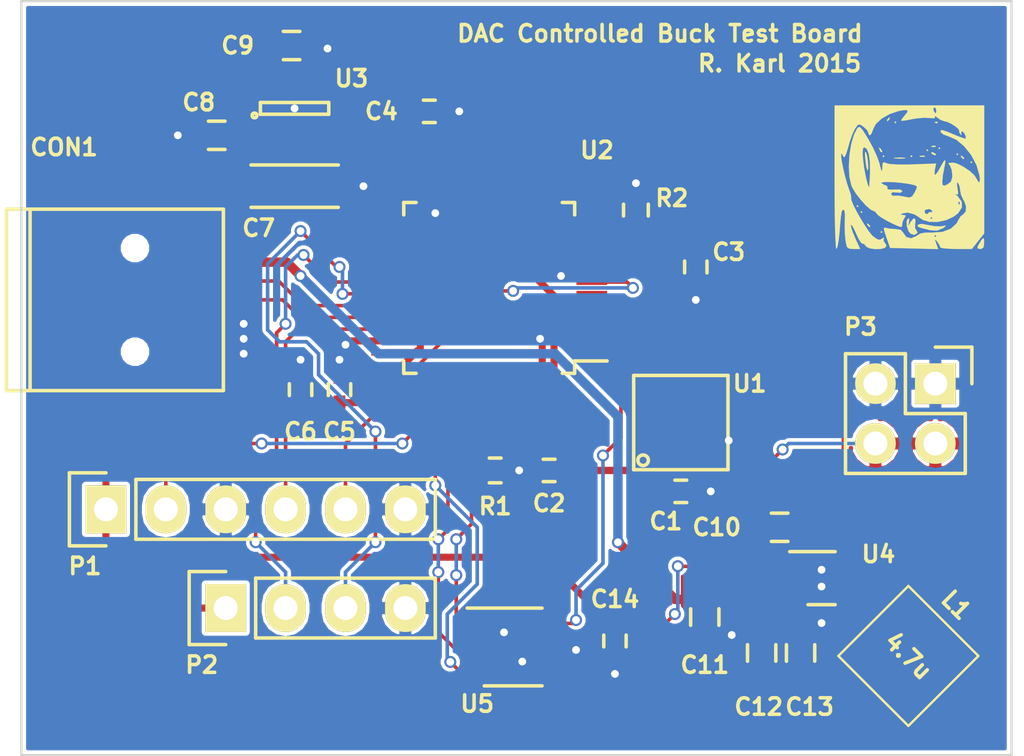
<source format=kicad_pcb>
(kicad_pcb (version 4) (host pcbnew "(after 2015-mar-04 BZR unknown)-product")

  (general
    (links 82)
    (no_connects 0)
    (area 142.462601 77.949999 190.113066 110.050001)
    (thickness 1.6)
    (drawings 6)
    (tracks 298)
    (zones 0)
    (modules 27)
    (nets 55)
  )

  (page A4)
  (layers
    (0 F.Cu signal)
    (31 B.Cu signal)
    (32 B.Adhes user)
    (33 F.Adhes user)
    (34 B.Paste user)
    (35 F.Paste user)
    (36 B.SilkS user)
    (37 F.SilkS user)
    (38 B.Mask user)
    (39 F.Mask user)
    (40 Dwgs.User user)
    (41 Cmts.User user)
    (42 Eco1.User user)
    (43 Eco2.User user)
    (44 Edge.Cuts user)
    (45 Margin user)
    (46 B.CrtYd user)
    (47 F.CrtYd user)
    (48 B.Fab user)
    (49 F.Fab user)
  )

  (setup
    (last_trace_width 0.1524)
    (trace_clearance 0.1524)
    (zone_clearance 0.1524)
    (zone_45_only no)
    (trace_min 0.1524)
    (segment_width 0.2)
    (edge_width 0.15)
    (via_size 0.508)
    (via_drill 0.3302)
    (via_min_size 0.508)
    (via_min_drill 0.3302)
    (uvia_size 0.3)
    (uvia_drill 0.1)
    (uvias_allowed no)
    (uvia_min_size 0.2)
    (uvia_min_drill 0.1)
    (pcb_text_width 0.15)
    (pcb_text_size 0.7 0.7)
    (mod_edge_width 0.15)
    (mod_text_size 0.7 0.7)
    (mod_text_width 0.15)
    (pad_size 1.5 1.5)
    (pad_drill 0.6)
    (pad_to_mask_clearance 0)
    (aux_axis_origin 0 0)
    (grid_origin 164.973 97.282)
    (visible_elements FFFEFF7F)
    (pcbplotparams
      (layerselection 0x010fc_80000001)
      (usegerberextensions false)
      (excludeedgelayer true)
      (linewidth 0.150000)
      (plotframeref false)
      (viasonmask false)
      (mode 1)
      (useauxorigin false)
      (hpglpennumber 1)
      (hpglpenspeed 20)
      (hpglpendiameter 15)
      (hpglpenoverlay 2)
      (psnegative false)
      (psa4output false)
      (plotreference true)
      (plotvalue true)
      (plotinvisibletext false)
      (padsonsilk false)
      (subtractmaskfromsilk false)
      (outputformat 1)
      (mirror false)
      (drillshape 0)
      (scaleselection 1)
      (outputdirectory /home/brightcloud/pcb/digital-buck/gerbers/))
  )

  (net 0 "")
  (net 1 +3V3)
  (net 2 GND)
  (net 3 +5V)
  (net 4 "Net-(CON1-Pad4)")
  (net 5 "Net-(CON1-Pad6)")
  (net 6 /mcu/SWCLK)
  (net 7 /mcu/SWDIO)
  (net 8 /mcu/NRST)
  (net 9 "Net-(R1-Pad1)")
  (net 10 "Net-(U1-Pad3)")
  (net 11 "Net-(U2-Pad1)")
  (net 12 "Net-(U2-Pad3)")
  (net 13 "Net-(U2-Pad4)")
  (net 14 "Net-(U2-Pad6)")
  (net 15 "Net-(U2-Pad10)")
  (net 16 "Net-(U2-Pad11)")
  (net 17 "Net-(U2-Pad13)")
  (net 18 "Net-(U2-Pad14)")
  (net 19 "Net-(U2-Pad15)")
  (net 20 "Net-(U2-Pad16)")
  (net 21 "Net-(U2-Pad17)")
  (net 22 "Net-(U2-Pad18)")
  (net 23 "Net-(U2-Pad19)")
  (net 24 "Net-(U2-Pad20)")
  (net 25 "Net-(U2-Pad21)")
  (net 26 "Net-(U2-Pad22)")
  (net 27 "Net-(U2-Pad25)")
  (net 28 "Net-(U2-Pad26)")
  (net 29 "Net-(U2-Pad27)")
  (net 30 "Net-(U2-Pad28)")
  (net 31 "Net-(U2-Pad29)")
  (net 32 "Net-(U2-Pad40)")
  (net 33 "Net-(U2-Pad42)")
  (net 34 "Net-(U2-Pad43)")
  (net 35 "Net-(U2-Pad45)")
  (net 36 "Net-(U2-Pad46)")
  (net 37 "Net-(U3-Pad4)")
  (net 38 /ltc3542/Vbuck)
  (net 39 /ltc3542/Vfb)
  (net 40 "Net-(CON1-Pad7)")
  (net 41 "Net-(CON1-Pad8)")
  (net 42 "Net-(CON1-Pad9)")
  (net 43 "Net-(L1-Pad1)")
  (net 44 /mcu/DEBUG_TX)
  (net 45 /mcu/DEBUG_RX)
  (net 46 /mcu/LTC3542_RUN)
  (net 47 /fbdac/LDACn)
  (net 48 /fbdac/CSn)
  (net 49 /mcu/LTC2621_SCK)
  (net 50 /mcu/LTC2621_SDI)
  (net 51 "Net-(U5-Pad1)")
  (net 52 "Net-(U5-Pad4)")
  (net 53 D-)
  (net 54 D+)

  (net_class Default "This is the default net class."
    (clearance 0.1524)
    (trace_width 0.1524)
    (via_dia 0.508)
    (via_drill 0.3302)
    (uvia_dia 0.3)
    (uvia_drill 0.1)
    (add_net /fbdac/CSn)
    (add_net /fbdac/LDACn)
    (add_net /ltc3542/Vbuck)
    (add_net /ltc3542/Vfb)
    (add_net /mcu/DEBUG_RX)
    (add_net /mcu/DEBUG_TX)
    (add_net /mcu/LTC2621_SCK)
    (add_net /mcu/LTC2621_SDI)
    (add_net /mcu/LTC3542_RUN)
    (add_net /mcu/NRST)
    (add_net /mcu/SWCLK)
    (add_net /mcu/SWDIO)
    (add_net D+)
    (add_net D-)
    (add_net "Net-(CON1-Pad4)")
    (add_net "Net-(CON1-Pad6)")
    (add_net "Net-(CON1-Pad7)")
    (add_net "Net-(CON1-Pad8)")
    (add_net "Net-(CON1-Pad9)")
    (add_net "Net-(L1-Pad1)")
    (add_net "Net-(R1-Pad1)")
    (add_net "Net-(U1-Pad3)")
    (add_net "Net-(U2-Pad1)")
    (add_net "Net-(U2-Pad10)")
    (add_net "Net-(U2-Pad11)")
    (add_net "Net-(U2-Pad13)")
    (add_net "Net-(U2-Pad14)")
    (add_net "Net-(U2-Pad15)")
    (add_net "Net-(U2-Pad16)")
    (add_net "Net-(U2-Pad17)")
    (add_net "Net-(U2-Pad18)")
    (add_net "Net-(U2-Pad19)")
    (add_net "Net-(U2-Pad20)")
    (add_net "Net-(U2-Pad21)")
    (add_net "Net-(U2-Pad22)")
    (add_net "Net-(U2-Pad25)")
    (add_net "Net-(U2-Pad26)")
    (add_net "Net-(U2-Pad27)")
    (add_net "Net-(U2-Pad28)")
    (add_net "Net-(U2-Pad29)")
    (add_net "Net-(U2-Pad3)")
    (add_net "Net-(U2-Pad4)")
    (add_net "Net-(U2-Pad40)")
    (add_net "Net-(U2-Pad42)")
    (add_net "Net-(U2-Pad43)")
    (add_net "Net-(U2-Pad45)")
    (add_net "Net-(U2-Pad46)")
    (add_net "Net-(U2-Pad6)")
    (add_net "Net-(U3-Pad4)")
    (add_net "Net-(U5-Pad1)")
    (add_net "Net-(U5-Pad4)")
  )

  (net_class +5V ""
    (clearance 0.1524)
    (trace_width 0.4)
    (via_dia 0.508)
    (via_drill 0.3302)
    (uvia_dia 0.3)
    (uvia_drill 0.1)
    (add_net +5V)
  )

  (net_class Power ""
    (clearance 0.1524)
    (trace_width 0.3)
    (via_dia 0.508)
    (via_drill 0.3302)
    (uvia_dia 0.3)
    (uvia_drill 0.1)
    (add_net +3V3)
    (add_net GND)
  )

  (module Connect:USB_Mini-B (layer F.Cu) (tedit 5650AFBE) (tstamp 564FDF05)
    (at 148.971 90.678)
    (descr "USB Mini-B 5-pin SMD connector")
    (tags "USB USB_B USB_Mini connector")
    (path /564FDFD7)
    (attr smd)
    (fp_text reference CON1 (at -2.159 -6.477) (layer F.SilkS)
      (effects (font (size 0.7 0.7) (thickness 0.15)))
    )
    (fp_text value USB-MINI-B (at 0 -7.0993) (layer F.Fab)
      (effects (font (size 0.7 0.7) (thickness 0.15)))
    )
    (fp_line (start -4.85 -5.7) (end 4.85 -5.7) (layer F.CrtYd) (width 0.05))
    (fp_line (start 4.85 -5.7) (end 4.85 5.7) (layer F.CrtYd) (width 0.05))
    (fp_line (start 4.85 5.7) (end -4.85 5.7) (layer F.CrtYd) (width 0.05))
    (fp_line (start -4.85 5.7) (end -4.85 -5.7) (layer F.CrtYd) (width 0.05))
    (fp_line (start -3.59918 -3.85064) (end -3.59918 3.85064) (layer F.SilkS) (width 0.15))
    (fp_line (start -4.59994 -3.85064) (end -4.59994 3.85064) (layer F.SilkS) (width 0.15))
    (fp_line (start -4.59994 3.85064) (end 4.59994 3.85064) (layer F.SilkS) (width 0.15))
    (fp_line (start 4.59994 3.85064) (end 4.59994 -3.85064) (layer F.SilkS) (width 0.15))
    (fp_line (start 4.59994 -3.85064) (end -4.59994 -3.85064) (layer F.SilkS) (width 0.15))
    (pad 1 smd rect (at 3.44932 -1.6002) (size 2.30124 0.50038) (layers F.Cu F.Paste F.Mask)
      (net 3 +5V))
    (pad 2 smd rect (at 3.44932 -0.8001) (size 2.30124 0.50038) (layers F.Cu F.Paste F.Mask)
      (net 53 D-))
    (pad 3 smd rect (at 3.44932 0) (size 2.30124 0.50038) (layers F.Cu F.Paste F.Mask)
      (net 54 D+))
    (pad 4 smd rect (at 3.44932 0.8001) (size 2.30124 0.50038) (layers F.Cu F.Paste F.Mask)
      (net 4 "Net-(CON1-Pad4)"))
    (pad 5 smd rect (at 3.44932 1.6002) (size 2.30124 0.50038) (layers F.Cu F.Paste F.Mask)
      (net 2 GND))
    (pad 7 smd rect (at 3.35026 -4.45008) (size 2.49936 1.99898) (layers F.Cu F.Paste F.Mask)
      (net 40 "Net-(CON1-Pad7)"))
    (pad 6 smd rect (at -2.14884 -4.45008) (size 2.49936 1.99898) (layers F.Cu F.Paste F.Mask)
      (net 5 "Net-(CON1-Pad6)"))
    (pad 8 smd rect (at 3.35026 4.45008) (size 2.49936 1.99898) (layers F.Cu F.Paste F.Mask)
      (net 41 "Net-(CON1-Pad8)"))
    (pad 9 smd rect (at -2.14884 4.45008) (size 2.49936 1.99898) (layers F.Cu F.Paste F.Mask)
      (net 42 "Net-(CON1-Pad9)"))
    (pad "" np_thru_hole circle (at 0.8509 -2.19964) (size 0.89916 0.89916) (drill 0.89916) (layers *.Cu *.Mask F.SilkS))
    (pad "" np_thru_hole circle (at 0.8509 2.19964) (size 0.89916 0.89916) (drill 0.89916) (layers *.Cu *.Mask F.SilkS))
  )

  (module Capacitors_SMD:C_0402 (layer F.Cu) (tedit 5650AF93) (tstamp 564FDD69)
    (at 172.974 98.806)
    (descr "Capacitor SMD 0402, reflow soldering, AVX (see smccp.pdf)")
    (tags "capacitor 0402")
    (path /564FE188/564FEB18)
    (attr smd)
    (fp_text reference C1 (at -0.635 1.27) (layer F.SilkS)
      (effects (font (size 0.7 0.7) (thickness 0.15)))
    )
    (fp_text value 10n (at 0 1.7) (layer F.Fab)
      (effects (font (size 0.7 0.7) (thickness 0.15)))
    )
    (fp_line (start -1.15 -0.6) (end 1.15 -0.6) (layer F.CrtYd) (width 0.05))
    (fp_line (start -1.15 0.6) (end 1.15 0.6) (layer F.CrtYd) (width 0.05))
    (fp_line (start -1.15 -0.6) (end -1.15 0.6) (layer F.CrtYd) (width 0.05))
    (fp_line (start 1.15 -0.6) (end 1.15 0.6) (layer F.CrtYd) (width 0.05))
    (fp_line (start 0.25 -0.475) (end -0.25 -0.475) (layer F.SilkS) (width 0.15))
    (fp_line (start -0.25 0.475) (end 0.25 0.475) (layer F.SilkS) (width 0.15))
    (pad 1 smd rect (at -0.55 0) (size 0.6 0.5) (layers F.Cu F.Paste F.Mask)
      (net 1 +3V3))
    (pad 2 smd rect (at 0.55 0) (size 0.6 0.5) (layers F.Cu F.Paste F.Mask)
      (net 2 GND))
    (model Capacitors_SMD.3dshapes/C_0402.wrl
      (at (xyz 0 0 0))
      (scale (xyz 1 1 1))
      (rotate (xyz 0 0 0))
    )
  )

  (module Capacitors_SMD:C_0402 (layer F.Cu) (tedit 5650AFD3) (tstamp 564FDD6F)
    (at 167.386 97.917 180)
    (descr "Capacitor SMD 0402, reflow soldering, AVX (see smccp.pdf)")
    (tags "capacitor 0402")
    (path /564FE188/564FE2A5)
    (attr smd)
    (fp_text reference C2 (at 0 -1.397 180) (layer F.SilkS)
      (effects (font (size 0.7 0.7) (thickness 0.15)))
    )
    (fp_text value 0.1u (at 0 1.7 180) (layer F.Fab)
      (effects (font (size 0.7 0.7) (thickness 0.15)))
    )
    (fp_line (start -1.15 -0.6) (end 1.15 -0.6) (layer F.CrtYd) (width 0.05))
    (fp_line (start -1.15 0.6) (end 1.15 0.6) (layer F.CrtYd) (width 0.05))
    (fp_line (start -1.15 -0.6) (end -1.15 0.6) (layer F.CrtYd) (width 0.05))
    (fp_line (start 1.15 -0.6) (end 1.15 0.6) (layer F.CrtYd) (width 0.05))
    (fp_line (start 0.25 -0.475) (end -0.25 -0.475) (layer F.SilkS) (width 0.15))
    (fp_line (start -0.25 0.475) (end 0.25 0.475) (layer F.SilkS) (width 0.15))
    (pad 1 smd rect (at -0.55 0 180) (size 0.6 0.5) (layers F.Cu F.Paste F.Mask)
      (net 1 +3V3))
    (pad 2 smd rect (at 0.55 0 180) (size 0.6 0.5) (layers F.Cu F.Paste F.Mask)
      (net 2 GND))
    (model Capacitors_SMD.3dshapes/C_0402.wrl
      (at (xyz 0 0 0))
      (scale (xyz 1 1 1))
      (rotate (xyz 0 0 0))
    )
  )

  (module Capacitors_SMD:C_0402 (layer F.Cu) (tedit 5650AF8B) (tstamp 564FDD75)
    (at 173.609 89.281 270)
    (descr "Capacitor SMD 0402, reflow soldering, AVX (see smccp.pdf)")
    (tags "capacitor 0402")
    (path /564FE188/564FE44E)
    (attr smd)
    (fp_text reference C3 (at -0.635 -1.397 360) (layer F.SilkS)
      (effects (font (size 0.7 0.7) (thickness 0.15)))
    )
    (fp_text value 0.1u (at 0 1.7 270) (layer F.Fab)
      (effects (font (size 0.7 0.7) (thickness 0.15)))
    )
    (fp_line (start -1.15 -0.6) (end 1.15 -0.6) (layer F.CrtYd) (width 0.05))
    (fp_line (start -1.15 0.6) (end 1.15 0.6) (layer F.CrtYd) (width 0.05))
    (fp_line (start -1.15 -0.6) (end -1.15 0.6) (layer F.CrtYd) (width 0.05))
    (fp_line (start 1.15 -0.6) (end 1.15 0.6) (layer F.CrtYd) (width 0.05))
    (fp_line (start 0.25 -0.475) (end -0.25 -0.475) (layer F.SilkS) (width 0.15))
    (fp_line (start -0.25 0.475) (end 0.25 0.475) (layer F.SilkS) (width 0.15))
    (pad 1 smd rect (at -0.55 0 270) (size 0.6 0.5) (layers F.Cu F.Paste F.Mask)
      (net 1 +3V3))
    (pad 2 smd rect (at 0.55 0 270) (size 0.6 0.5) (layers F.Cu F.Paste F.Mask)
      (net 2 GND))
    (model Capacitors_SMD.3dshapes/C_0402.wrl
      (at (xyz 0 0 0))
      (scale (xyz 1 1 1))
      (rotate (xyz 0 0 0))
    )
  )

  (module Capacitors_SMD:C_0402 (layer F.Cu) (tedit 5650AF73) (tstamp 564FDD7B)
    (at 162.306 82.677)
    (descr "Capacitor SMD 0402, reflow soldering, AVX (see smccp.pdf)")
    (tags "capacitor 0402")
    (path /564FE188/564FE470)
    (attr smd)
    (fp_text reference C4 (at -2.032 0) (layer F.SilkS)
      (effects (font (size 0.7 0.7) (thickness 0.15)))
    )
    (fp_text value 0.1u (at 0 1.7) (layer F.Fab)
      (effects (font (size 0.7 0.7) (thickness 0.15)))
    )
    (fp_line (start -1.15 -0.6) (end 1.15 -0.6) (layer F.CrtYd) (width 0.05))
    (fp_line (start -1.15 0.6) (end 1.15 0.6) (layer F.CrtYd) (width 0.05))
    (fp_line (start -1.15 -0.6) (end -1.15 0.6) (layer F.CrtYd) (width 0.05))
    (fp_line (start 1.15 -0.6) (end 1.15 0.6) (layer F.CrtYd) (width 0.05))
    (fp_line (start 0.25 -0.475) (end -0.25 -0.475) (layer F.SilkS) (width 0.15))
    (fp_line (start -0.25 0.475) (end 0.25 0.475) (layer F.SilkS) (width 0.15))
    (pad 1 smd rect (at -0.55 0) (size 0.6 0.5) (layers F.Cu F.Paste F.Mask)
      (net 1 +3V3))
    (pad 2 smd rect (at 0.55 0) (size 0.6 0.5) (layers F.Cu F.Paste F.Mask)
      (net 2 GND))
    (model Capacitors_SMD.3dshapes/C_0402.wrl
      (at (xyz 0 0 0))
      (scale (xyz 1 1 1))
      (rotate (xyz 0 0 0))
    )
  )

  (module Capacitors_SMD:C_0402 (layer F.Cu) (tedit 5650AFC7) (tstamp 564FDD81)
    (at 158.496 94.488 90)
    (descr "Capacitor SMD 0402, reflow soldering, AVX (see smccp.pdf)")
    (tags "capacitor 0402")
    (path /564FE188/564FE492)
    (attr smd)
    (fp_text reference C5 (at -1.778 0 180) (layer F.SilkS)
      (effects (font (size 0.7 0.7) (thickness 0.15)))
    )
    (fp_text value 0.1u (at 0 1.7 90) (layer F.Fab)
      (effects (font (size 0.7 0.7) (thickness 0.15)))
    )
    (fp_line (start -1.15 -0.6) (end 1.15 -0.6) (layer F.CrtYd) (width 0.05))
    (fp_line (start -1.15 0.6) (end 1.15 0.6) (layer F.CrtYd) (width 0.05))
    (fp_line (start -1.15 -0.6) (end -1.15 0.6) (layer F.CrtYd) (width 0.05))
    (fp_line (start 1.15 -0.6) (end 1.15 0.6) (layer F.CrtYd) (width 0.05))
    (fp_line (start 0.25 -0.475) (end -0.25 -0.475) (layer F.SilkS) (width 0.15))
    (fp_line (start -0.25 0.475) (end 0.25 0.475) (layer F.SilkS) (width 0.15))
    (pad 1 smd rect (at -0.55 0 90) (size 0.6 0.5) (layers F.Cu F.Paste F.Mask)
      (net 1 +3V3))
    (pad 2 smd rect (at 0.55 0 90) (size 0.6 0.5) (layers F.Cu F.Paste F.Mask)
      (net 2 GND))
    (model Capacitors_SMD.3dshapes/C_0402.wrl
      (at (xyz 0 0 0))
      (scale (xyz 1 1 1))
      (rotate (xyz 0 0 0))
    )
  )

  (module Capacitors_SMD:C_0402 (layer F.Cu) (tedit 5650AFCA) (tstamp 564FDD87)
    (at 156.845 94.488 90)
    (descr "Capacitor SMD 0402, reflow soldering, AVX (see smccp.pdf)")
    (tags "capacitor 0402")
    (path /564FE188/564FE4C0)
    (attr smd)
    (fp_text reference C6 (at -1.778 0 180) (layer F.SilkS)
      (effects (font (size 0.7 0.7) (thickness 0.15)))
    )
    (fp_text value 1u (at 0 1.7 90) (layer F.Fab)
      (effects (font (size 0.7 0.7) (thickness 0.15)))
    )
    (fp_line (start -1.15 -0.6) (end 1.15 -0.6) (layer F.CrtYd) (width 0.05))
    (fp_line (start -1.15 0.6) (end 1.15 0.6) (layer F.CrtYd) (width 0.05))
    (fp_line (start -1.15 -0.6) (end -1.15 0.6) (layer F.CrtYd) (width 0.05))
    (fp_line (start 1.15 -0.6) (end 1.15 0.6) (layer F.CrtYd) (width 0.05))
    (fp_line (start 0.25 -0.475) (end -0.25 -0.475) (layer F.SilkS) (width 0.15))
    (fp_line (start -0.25 0.475) (end 0.25 0.475) (layer F.SilkS) (width 0.15))
    (pad 1 smd rect (at -0.55 0 90) (size 0.6 0.5) (layers F.Cu F.Paste F.Mask)
      (net 1 +3V3))
    (pad 2 smd rect (at 0.55 0 90) (size 0.6 0.5) (layers F.Cu F.Paste F.Mask)
      (net 2 GND))
    (model Capacitors_SMD.3dshapes/C_0402.wrl
      (at (xyz 0 0 0))
      (scale (xyz 1 1 1))
      (rotate (xyz 0 0 0))
    )
  )

  (module Capacitors_Tantalum_SMD:TantalC_SizeA_EIA-3216_Reflow (layer F.Cu) (tedit 5650AF85) (tstamp 564FDD8D)
    (at 156.845 85.852)
    (descr "Tantal Cap. , Size A, EIA-3216, Reflow")
    (tags "Tantal Capacitor Size-A EIA-3216 reflow")
    (path /565001BB)
    (attr smd)
    (fp_text reference C7 (at -1.778 1.778) (layer F.SilkS)
      (effects (font (size 0.7 0.7) (thickness 0.15)))
    )
    (fp_text value 10u (at 0 2.1) (layer F.Fab)
      (effects (font (size 0.7 0.7) (thickness 0.15)))
    )
    (fp_line (start 1.6 0.9) (end -2.1 0.9) (layer F.SilkS) (width 0.15))
    (fp_line (start 1.6 -0.9) (end -2.1 -0.9) (layer F.SilkS) (width 0.15))
    (fp_line (start -2.5 1.2) (end 2.5 1.2) (layer F.CrtYd) (width 0.05))
    (fp_line (start 2.5 1.2) (end 2.5 -1.2) (layer F.CrtYd) (width 0.05))
    (fp_line (start 2.5 -1.2) (end -2.5 -1.2) (layer F.CrtYd) (width 0.05))
    (fp_line (start -2.5 -1.2) (end -2.5 1.2) (layer F.CrtYd) (width 0.05))
    (pad 2 smd rect (at 1.31 0) (size 1.8 1.23) (layers F.Cu F.Paste F.Mask)
      (net 2 GND))
    (pad 1 smd rect (at -1.31 0) (size 1.8 1.23) (layers F.Cu F.Paste F.Mask)
      (net 3 +5V))
    (model Capacitors_Tantalum_SMD.3dshapes/TantalC_SizeA_EIA-3216_Reflow.wrl
      (at (xyz 0 0 0))
      (scale (xyz 1 1 1))
      (rotate (xyz 0 0 180))
    )
  )

  (module Capacitors_SMD:C_0603 (layer F.Cu) (tedit 5650AF7B) (tstamp 564FDD93)
    (at 153.289 83.693 180)
    (descr "Capacitor SMD 0603, reflow soldering, AVX (see smccp.pdf)")
    (tags "capacitor 0603")
    (path /56500389)
    (attr smd)
    (fp_text reference C8 (at 0.762 1.397 180) (layer F.SilkS)
      (effects (font (size 0.7 0.7) (thickness 0.15)))
    )
    (fp_text value 4.7u (at 0 1.9 180) (layer F.Fab)
      (effects (font (size 0.7 0.7) (thickness 0.15)))
    )
    (fp_line (start -1.45 -0.75) (end 1.45 -0.75) (layer F.CrtYd) (width 0.05))
    (fp_line (start -1.45 0.75) (end 1.45 0.75) (layer F.CrtYd) (width 0.05))
    (fp_line (start -1.45 -0.75) (end -1.45 0.75) (layer F.CrtYd) (width 0.05))
    (fp_line (start 1.45 -0.75) (end 1.45 0.75) (layer F.CrtYd) (width 0.05))
    (fp_line (start -0.35 -0.6) (end 0.35 -0.6) (layer F.SilkS) (width 0.15))
    (fp_line (start 0.35 0.6) (end -0.35 0.6) (layer F.SilkS) (width 0.15))
    (pad 1 smd rect (at -0.75 0 180) (size 0.8 0.75) (layers F.Cu F.Paste F.Mask)
      (net 3 +5V))
    (pad 2 smd rect (at 0.75 0 180) (size 0.8 0.75) (layers F.Cu F.Paste F.Mask)
      (net 2 GND))
    (model Capacitors_SMD.3dshapes/C_0603.wrl
      (at (xyz 0 0 0))
      (scale (xyz 1 1 1))
      (rotate (xyz 0 0 0))
    )
  )

  (module Capacitors_SMD:C_0603 (layer F.Cu) (tedit 5650AF6E) (tstamp 564FDD99)
    (at 156.464 79.883)
    (descr "Capacitor SMD 0603, reflow soldering, AVX (see smccp.pdf)")
    (tags "capacitor 0603")
    (path /5650065F)
    (attr smd)
    (fp_text reference C9 (at -2.286 0) (layer F.SilkS)
      (effects (font (size 0.7 0.7) (thickness 0.15)))
    )
    (fp_text value 4.7u (at 0 1.9) (layer F.Fab)
      (effects (font (size 0.7 0.7) (thickness 0.15)))
    )
    (fp_line (start -1.45 -0.75) (end 1.45 -0.75) (layer F.CrtYd) (width 0.05))
    (fp_line (start -1.45 0.75) (end 1.45 0.75) (layer F.CrtYd) (width 0.05))
    (fp_line (start -1.45 -0.75) (end -1.45 0.75) (layer F.CrtYd) (width 0.05))
    (fp_line (start 1.45 -0.75) (end 1.45 0.75) (layer F.CrtYd) (width 0.05))
    (fp_line (start -0.35 -0.6) (end 0.35 -0.6) (layer F.SilkS) (width 0.15))
    (fp_line (start 0.35 0.6) (end -0.35 0.6) (layer F.SilkS) (width 0.15))
    (pad 1 smd rect (at -0.75 0) (size 0.8 0.75) (layers F.Cu F.Paste F.Mask)
      (net 1 +3V3))
    (pad 2 smd rect (at 0.75 0) (size 0.8 0.75) (layers F.Cu F.Paste F.Mask)
      (net 2 GND))
    (model Capacitors_SMD.3dshapes/C_0603.wrl
      (at (xyz 0 0 0))
      (scale (xyz 1 1 1))
      (rotate (xyz 0 0 0))
    )
  )

  (module Pin_Headers:Pin_Header_Straight_1x06 (layer F.Cu) (tedit 5650AFC1) (tstamp 564FDDB0)
    (at 148.59 99.568 90)
    (descr "Through hole pin header")
    (tags "pin header")
    (path /564FF63D)
    (fp_text reference P1 (at -2.413 -0.889 180) (layer F.SilkS)
      (effects (font (size 0.7 0.7) (thickness 0.15)))
    )
    (fp_text value SWD_CONN (at 0 -3.1 90) (layer F.Fab)
      (effects (font (size 0.7 0.7) (thickness 0.15)))
    )
    (fp_line (start -1.75 -1.75) (end -1.75 14.45) (layer F.CrtYd) (width 0.05))
    (fp_line (start 1.75 -1.75) (end 1.75 14.45) (layer F.CrtYd) (width 0.05))
    (fp_line (start -1.75 -1.75) (end 1.75 -1.75) (layer F.CrtYd) (width 0.05))
    (fp_line (start -1.75 14.45) (end 1.75 14.45) (layer F.CrtYd) (width 0.05))
    (fp_line (start 1.27 1.27) (end 1.27 13.97) (layer F.SilkS) (width 0.15))
    (fp_line (start 1.27 13.97) (end -1.27 13.97) (layer F.SilkS) (width 0.15))
    (fp_line (start -1.27 13.97) (end -1.27 1.27) (layer F.SilkS) (width 0.15))
    (fp_line (start 1.55 -1.55) (end 1.55 0) (layer F.SilkS) (width 0.15))
    (fp_line (start 1.27 1.27) (end -1.27 1.27) (layer F.SilkS) (width 0.15))
    (fp_line (start -1.55 0) (end -1.55 -1.55) (layer F.SilkS) (width 0.15))
    (fp_line (start -1.55 -1.55) (end 1.55 -1.55) (layer F.SilkS) (width 0.15))
    (pad 1 thru_hole rect (at 0 0 90) (size 2.032 1.7272) (drill 1.016) (layers *.Cu *.Mask F.SilkS)
      (net 1 +3V3))
    (pad 2 thru_hole oval (at 0 2.54 90) (size 2.032 1.7272) (drill 1.016) (layers *.Cu *.Mask F.SilkS)
      (net 6 /mcu/SWCLK))
    (pad 3 thru_hole oval (at 0 5.08 90) (size 2.032 1.7272) (drill 1.016) (layers *.Cu *.Mask F.SilkS)
      (net 2 GND))
    (pad 4 thru_hole oval (at 0 7.62 90) (size 2.032 1.7272) (drill 1.016) (layers *.Cu *.Mask F.SilkS)
      (net 7 /mcu/SWDIO))
    (pad 5 thru_hole oval (at 0 10.16 90) (size 2.032 1.7272) (drill 1.016) (layers *.Cu *.Mask F.SilkS)
      (net 8 /mcu/NRST))
    (pad 6 thru_hole oval (at 0 12.7 90) (size 2.032 1.7272) (drill 1.016) (layers *.Cu *.Mask F.SilkS)
      (net 2 GND))
    (model Pin_Headers.3dshapes/Pin_Header_Straight_1x06.wrl
      (at (xyz 0 -0.25 0))
      (scale (xyz 1 1 1))
      (rotate (xyz 0 0 90))
    )
  )

  (module Resistors_SMD:R_0402 (layer F.Cu) (tedit 5650AFD5) (tstamp 564FDDB6)
    (at 165.1 97.917)
    (descr "Resistor SMD 0402, reflow soldering, Vishay (see dcrcw.pdf)")
    (tags "resistor 0402")
    (path /564FE188/564FE840)
    (attr smd)
    (fp_text reference R1 (at 0 1.524) (layer F.SilkS)
      (effects (font (size 0.7 0.7) (thickness 0.15)))
    )
    (fp_text value 10k (at 0 1.8) (layer F.Fab)
      (effects (font (size 0.7 0.7) (thickness 0.15)))
    )
    (fp_line (start -0.95 -0.65) (end 0.95 -0.65) (layer F.CrtYd) (width 0.05))
    (fp_line (start -0.95 0.65) (end 0.95 0.65) (layer F.CrtYd) (width 0.05))
    (fp_line (start -0.95 -0.65) (end -0.95 0.65) (layer F.CrtYd) (width 0.05))
    (fp_line (start 0.95 -0.65) (end 0.95 0.65) (layer F.CrtYd) (width 0.05))
    (fp_line (start 0.25 -0.525) (end -0.25 -0.525) (layer F.SilkS) (width 0.15))
    (fp_line (start -0.25 0.525) (end 0.25 0.525) (layer F.SilkS) (width 0.15))
    (pad 1 smd rect (at -0.45 0) (size 0.4 0.6) (layers F.Cu F.Paste F.Mask)
      (net 9 "Net-(R1-Pad1)"))
    (pad 2 smd rect (at 0.45 0) (size 0.4 0.6) (layers F.Cu F.Paste F.Mask)
      (net 2 GND))
    (model Resistors_SMD.3dshapes/R_0402.wrl
      (at (xyz 0 0 0))
      (scale (xyz 1 1 1))
      (rotate (xyz 0 0 0))
    )
  )

  (module bce:SIOSC (layer F.Cu) (tedit 5650AF91) (tstamp 564FDDBE)
    (at 172.974 95.885)
    (path /564FE188/564FE8CA)
    (fp_text reference U1 (at 2.921 -1.651) (layer F.SilkS)
      (effects (font (size 0.7 0.7) (thickness 0.15)))
    )
    (fp_text value OSC (at 0 -3) (layer F.SilkS) hide
      (effects (font (size 0.7 0.7) (thickness 0.15)))
    )
    (fp_circle (center -1.6 1.6) (end -1.4 1.5) (layer F.SilkS) (width 0.15))
    (fp_line (start -2 -2) (end -2 2) (layer F.SilkS) (width 0.15))
    (fp_line (start -2 2) (end 2 2) (layer F.SilkS) (width 0.15))
    (fp_line (start 2 2) (end 2 -2) (layer F.SilkS) (width 0.15))
    (fp_line (start 2 -2) (end -2 -2) (layer F.SilkS) (width 0.15))
    (pad 1 smd rect (at -0.95 0.75) (size 1.1 1) (layers F.Cu F.Paste F.Mask)
      (net 1 +3V3))
    (pad 2 smd rect (at 0.95 0.75) (size 1.1 1) (layers F.Cu F.Paste F.Mask)
      (net 2 GND))
    (pad 3 smd rect (at 0.95 -0.75) (size 1.1 1) (layers F.Cu F.Paste F.Mask)
      (net 10 "Net-(U1-Pad3)"))
    (pad 4 smd rect (at -0.95 -0.75) (size 1.1 1) (layers F.Cu F.Paste F.Mask)
      (net 1 +3V3))
  )

  (module Housings_QFP:LQFP-48_7x7mm_Pitch0.5mm (layer F.Cu) (tedit 5650AFCF) (tstamp 564FDDF2)
    (at 164.846 90.17 180)
    (descr "48 LEAD LQFP 7x7mm (see MICREL LQFP7x7-48LD-PL-1.pdf)")
    (tags "QFP 0.5")
    (path /564FE188/564FE22C)
    (attr smd)
    (fp_text reference U2 (at -4.572 5.842 180) (layer F.SilkS)
      (effects (font (size 0.7 0.7) (thickness 0.15)))
    )
    (fp_text value STM32F103C8 (at 0 6 180) (layer F.Fab)
      (effects (font (size 0.7 0.7) (thickness 0.15)))
    )
    (fp_line (start -5.25 -5.25) (end -5.25 5.25) (layer F.CrtYd) (width 0.05))
    (fp_line (start 5.25 -5.25) (end 5.25 5.25) (layer F.CrtYd) (width 0.05))
    (fp_line (start -5.25 -5.25) (end 5.25 -5.25) (layer F.CrtYd) (width 0.05))
    (fp_line (start -5.25 5.25) (end 5.25 5.25) (layer F.CrtYd) (width 0.05))
    (fp_line (start -3.625 -3.625) (end -3.625 -3.1) (layer F.SilkS) (width 0.15))
    (fp_line (start 3.625 -3.625) (end 3.625 -3.1) (layer F.SilkS) (width 0.15))
    (fp_line (start 3.625 3.625) (end 3.625 3.1) (layer F.SilkS) (width 0.15))
    (fp_line (start -3.625 3.625) (end -3.625 3.1) (layer F.SilkS) (width 0.15))
    (fp_line (start -3.625 -3.625) (end -3.1 -3.625) (layer F.SilkS) (width 0.15))
    (fp_line (start -3.625 3.625) (end -3.1 3.625) (layer F.SilkS) (width 0.15))
    (fp_line (start 3.625 3.625) (end 3.1 3.625) (layer F.SilkS) (width 0.15))
    (fp_line (start 3.625 -3.625) (end 3.1 -3.625) (layer F.SilkS) (width 0.15))
    (fp_line (start -3.625 -3.1) (end -5 -3.1) (layer F.SilkS) (width 0.15))
    (pad 1 smd rect (at -4.35 -2.75 180) (size 1.3 0.25) (layers F.Cu F.Paste F.Mask)
      (net 11 "Net-(U2-Pad1)"))
    (pad 2 smd rect (at -4.35 -2.25 180) (size 1.3 0.25) (layers F.Cu F.Paste F.Mask)
      (net 47 /fbdac/LDACn))
    (pad 3 smd rect (at -4.35 -1.75 180) (size 1.3 0.25) (layers F.Cu F.Paste F.Mask)
      (net 12 "Net-(U2-Pad3)"))
    (pad 4 smd rect (at -4.35 -1.25 180) (size 1.3 0.25) (layers F.Cu F.Paste F.Mask)
      (net 13 "Net-(U2-Pad4)"))
    (pad 5 smd rect (at -4.35 -0.75 180) (size 1.3 0.25) (layers F.Cu F.Paste F.Mask)
      (net 10 "Net-(U1-Pad3)"))
    (pad 6 smd rect (at -4.35 -0.25 180) (size 1.3 0.25) (layers F.Cu F.Paste F.Mask)
      (net 14 "Net-(U2-Pad6)"))
    (pad 7 smd rect (at -4.35 0.25 180) (size 1.3 0.25) (layers F.Cu F.Paste F.Mask)
      (net 8 /mcu/NRST))
    (pad 8 smd rect (at -4.35 0.75 180) (size 1.3 0.25) (layers F.Cu F.Paste F.Mask)
      (net 2 GND))
    (pad 9 smd rect (at -4.35 1.25 180) (size 1.3 0.25) (layers F.Cu F.Paste F.Mask)
      (net 1 +3V3))
    (pad 10 smd rect (at -4.35 1.75 180) (size 1.3 0.25) (layers F.Cu F.Paste F.Mask)
      (net 15 "Net-(U2-Pad10)"))
    (pad 11 smd rect (at -4.35 2.25 180) (size 1.3 0.25) (layers F.Cu F.Paste F.Mask)
      (net 16 "Net-(U2-Pad11)"))
    (pad 12 smd rect (at -4.35 2.75 180) (size 1.3 0.25) (layers F.Cu F.Paste F.Mask)
      (net 46 /mcu/LTC3542_RUN))
    (pad 13 smd rect (at -2.75 4.35 270) (size 1.3 0.25) (layers F.Cu F.Paste F.Mask)
      (net 17 "Net-(U2-Pad13)"))
    (pad 14 smd rect (at -2.25 4.35 270) (size 1.3 0.25) (layers F.Cu F.Paste F.Mask)
      (net 18 "Net-(U2-Pad14)"))
    (pad 15 smd rect (at -1.75 4.35 270) (size 1.3 0.25) (layers F.Cu F.Paste F.Mask)
      (net 19 "Net-(U2-Pad15)"))
    (pad 16 smd rect (at -1.25 4.35 270) (size 1.3 0.25) (layers F.Cu F.Paste F.Mask)
      (net 20 "Net-(U2-Pad16)"))
    (pad 17 smd rect (at -0.75 4.35 270) (size 1.3 0.25) (layers F.Cu F.Paste F.Mask)
      (net 21 "Net-(U2-Pad17)"))
    (pad 18 smd rect (at -0.25 4.35 270) (size 1.3 0.25) (layers F.Cu F.Paste F.Mask)
      (net 22 "Net-(U2-Pad18)"))
    (pad 19 smd rect (at 0.25 4.35 270) (size 1.3 0.25) (layers F.Cu F.Paste F.Mask)
      (net 23 "Net-(U2-Pad19)"))
    (pad 20 smd rect (at 0.75 4.35 270) (size 1.3 0.25) (layers F.Cu F.Paste F.Mask)
      (net 24 "Net-(U2-Pad20)"))
    (pad 21 smd rect (at 1.25 4.35 270) (size 1.3 0.25) (layers F.Cu F.Paste F.Mask)
      (net 25 "Net-(U2-Pad21)"))
    (pad 22 smd rect (at 1.75 4.35 270) (size 1.3 0.25) (layers F.Cu F.Paste F.Mask)
      (net 26 "Net-(U2-Pad22)"))
    (pad 23 smd rect (at 2.25 4.35 270) (size 1.3 0.25) (layers F.Cu F.Paste F.Mask)
      (net 2 GND))
    (pad 24 smd rect (at 2.75 4.35 270) (size 1.3 0.25) (layers F.Cu F.Paste F.Mask)
      (net 1 +3V3))
    (pad 25 smd rect (at 4.35 2.75 180) (size 1.3 0.25) (layers F.Cu F.Paste F.Mask)
      (net 27 "Net-(U2-Pad25)"))
    (pad 26 smd rect (at 4.35 2.25 180) (size 1.3 0.25) (layers F.Cu F.Paste F.Mask)
      (net 28 "Net-(U2-Pad26)"))
    (pad 27 smd rect (at 4.35 1.75 180) (size 1.3 0.25) (layers F.Cu F.Paste F.Mask)
      (net 29 "Net-(U2-Pad27)"))
    (pad 28 smd rect (at 4.35 1.25 180) (size 1.3 0.25) (layers F.Cu F.Paste F.Mask)
      (net 30 "Net-(U2-Pad28)"))
    (pad 29 smd rect (at 4.35 0.75 180) (size 1.3 0.25) (layers F.Cu F.Paste F.Mask)
      (net 31 "Net-(U2-Pad29)"))
    (pad 30 smd rect (at 4.35 0.25 180) (size 1.3 0.25) (layers F.Cu F.Paste F.Mask)
      (net 44 /mcu/DEBUG_TX))
    (pad 31 smd rect (at 4.35 -0.25 180) (size 1.3 0.25) (layers F.Cu F.Paste F.Mask)
      (net 45 /mcu/DEBUG_RX))
    (pad 32 smd rect (at 4.35 -0.75 180) (size 1.3 0.25) (layers F.Cu F.Paste F.Mask)
      (net 53 D-))
    (pad 33 smd rect (at 4.35 -1.25 180) (size 1.3 0.25) (layers F.Cu F.Paste F.Mask)
      (net 54 D+))
    (pad 34 smd rect (at 4.35 -1.75 180) (size 1.3 0.25) (layers F.Cu F.Paste F.Mask)
      (net 7 /mcu/SWDIO))
    (pad 35 smd rect (at 4.35 -2.25 180) (size 1.3 0.25) (layers F.Cu F.Paste F.Mask)
      (net 2 GND))
    (pad 36 smd rect (at 4.35 -2.75 180) (size 1.3 0.25) (layers F.Cu F.Paste F.Mask)
      (net 1 +3V3))
    (pad 37 smd rect (at 2.75 -4.35 270) (size 1.3 0.25) (layers F.Cu F.Paste F.Mask)
      (net 6 /mcu/SWCLK))
    (pad 38 smd rect (at 2.25 -4.35 270) (size 1.3 0.25) (layers F.Cu F.Paste F.Mask)
      (net 48 /fbdac/CSn))
    (pad 39 smd rect (at 1.75 -4.35 270) (size 1.3 0.25) (layers F.Cu F.Paste F.Mask)
      (net 49 /mcu/LTC2621_SCK))
    (pad 40 smd rect (at 1.25 -4.35 270) (size 1.3 0.25) (layers F.Cu F.Paste F.Mask)
      (net 32 "Net-(U2-Pad40)"))
    (pad 41 smd rect (at 0.75 -4.35 270) (size 1.3 0.25) (layers F.Cu F.Paste F.Mask)
      (net 50 /mcu/LTC2621_SDI))
    (pad 42 smd rect (at 0.25 -4.35 270) (size 1.3 0.25) (layers F.Cu F.Paste F.Mask)
      (net 33 "Net-(U2-Pad42)"))
    (pad 43 smd rect (at -0.25 -4.35 270) (size 1.3 0.25) (layers F.Cu F.Paste F.Mask)
      (net 34 "Net-(U2-Pad43)"))
    (pad 44 smd rect (at -0.75 -4.35 270) (size 1.3 0.25) (layers F.Cu F.Paste F.Mask)
      (net 9 "Net-(R1-Pad1)"))
    (pad 45 smd rect (at -1.25 -4.35 270) (size 1.3 0.25) (layers F.Cu F.Paste F.Mask)
      (net 35 "Net-(U2-Pad45)"))
    (pad 46 smd rect (at -1.75 -4.35 270) (size 1.3 0.25) (layers F.Cu F.Paste F.Mask)
      (net 36 "Net-(U2-Pad46)"))
    (pad 47 smd rect (at -2.25 -4.35 270) (size 1.3 0.25) (layers F.Cu F.Paste F.Mask)
      (net 2 GND))
    (pad 48 smd rect (at -2.75 -4.35 270) (size 1.3 0.25) (layers F.Cu F.Paste F.Mask)
      (net 1 +3V3))
    (model Housings_QFP.3dshapes/LQFP-48_7x7mm_Pitch0.5mm.wrl
      (at (xyz 0 0 0))
      (scale (xyz 1 1 1))
      (rotate (xyz 0 0 0))
    )
  )

  (module Housings_SOT-23_SOT-143_TSOT-6:SOT-23-5 (layer F.Cu) (tedit 5650AF71) (tstamp 564FDDFB)
    (at 156.591 82.55 90)
    (descr "5-pin SOT23 package")
    (tags SOT-23-5)
    (path /564FFF2D)
    (attr smd)
    (fp_text reference U3 (at 1.27 2.413 180) (layer F.SilkS)
      (effects (font (size 0.7 0.7) (thickness 0.15)))
    )
    (fp_text value FAN2558S33X (at -0.05 2.35 90) (layer F.Fab)
      (effects (font (size 0.7 0.7) (thickness 0.15)))
    )
    (fp_line (start -1.8 -1.6) (end 1.8 -1.6) (layer F.CrtYd) (width 0.05))
    (fp_line (start 1.8 -1.6) (end 1.8 1.6) (layer F.CrtYd) (width 0.05))
    (fp_line (start 1.8 1.6) (end -1.8 1.6) (layer F.CrtYd) (width 0.05))
    (fp_line (start -1.8 1.6) (end -1.8 -1.6) (layer F.CrtYd) (width 0.05))
    (fp_circle (center -0.3 -1.7) (end -0.2 -1.7) (layer F.SilkS) (width 0.15))
    (fp_line (start 0.25 -1.45) (end -0.25 -1.45) (layer F.SilkS) (width 0.15))
    (fp_line (start 0.25 1.45) (end 0.25 -1.45) (layer F.SilkS) (width 0.15))
    (fp_line (start -0.25 1.45) (end 0.25 1.45) (layer F.SilkS) (width 0.15))
    (fp_line (start -0.25 -1.45) (end -0.25 1.45) (layer F.SilkS) (width 0.15))
    (pad 1 smd rect (at -1.1 -0.95 90) (size 1.06 0.65) (layers F.Cu F.Paste F.Mask)
      (net 3 +5V))
    (pad 2 smd rect (at -1.1 0 90) (size 1.06 0.65) (layers F.Cu F.Paste F.Mask)
      (net 2 GND))
    (pad 3 smd rect (at -1.1 0.95 90) (size 1.06 0.65) (layers F.Cu F.Paste F.Mask)
      (net 3 +5V))
    (pad 4 smd rect (at 1.1 0.95 90) (size 1.06 0.65) (layers F.Cu F.Paste F.Mask)
      (net 37 "Net-(U3-Pad4)"))
    (pad 5 smd rect (at 1.1 -0.95 90) (size 1.06 0.65) (layers F.Cu F.Paste F.Mask)
      (net 1 +3V3))
    (model Housings_SOT-23_SOT-143_TSOT-6.3dshapes/SOT-23-5.wrl
      (at (xyz 0 0 0))
      (scale (xyz 0.11 0.11 0.11))
      (rotate (xyz 0 0 90))
    )
  )

  (module Capacitors_SMD:C_0603 (layer F.Cu) (tedit 5650AF99) (tstamp 5650A63B)
    (at 177.165 100.33)
    (descr "Capacitor SMD 0603, reflow soldering, AVX (see smccp.pdf)")
    (tags "capacitor 0603")
    (path /5650F235)
    (attr smd)
    (fp_text reference C10 (at -2.667 0) (layer F.SilkS)
      (effects (font (size 0.7 0.7) (thickness 0.15)))
    )
    (fp_text value 22p (at 0 1.9) (layer F.Fab)
      (effects (font (size 0.7 0.7) (thickness 0.15)))
    )
    (fp_line (start -1.45 -0.75) (end 1.45 -0.75) (layer F.CrtYd) (width 0.05))
    (fp_line (start -1.45 0.75) (end 1.45 0.75) (layer F.CrtYd) (width 0.05))
    (fp_line (start -1.45 -0.75) (end -1.45 0.75) (layer F.CrtYd) (width 0.05))
    (fp_line (start 1.45 -0.75) (end 1.45 0.75) (layer F.CrtYd) (width 0.05))
    (fp_line (start -0.35 -0.6) (end 0.35 -0.6) (layer F.SilkS) (width 0.15))
    (fp_line (start 0.35 0.6) (end -0.35 0.6) (layer F.SilkS) (width 0.15))
    (pad 1 smd rect (at -0.75 0) (size 0.8 0.75) (layers F.Cu F.Paste F.Mask)
      (net 38 /ltc3542/Vbuck))
    (pad 2 smd rect (at 0.75 0) (size 0.8 0.75) (layers F.Cu F.Paste F.Mask)
      (net 39 /ltc3542/Vfb))
    (model Capacitors_SMD.3dshapes/C_0603.wrl
      (at (xyz 0 0 0))
      (scale (xyz 1 1 1))
      (rotate (xyz 0 0 0))
    )
  )

  (module Capacitors_SMD:C_0603 (layer F.Cu) (tedit 5650AFAC) (tstamp 5650A641)
    (at 173.99 104.14 270)
    (descr "Capacitor SMD 0603, reflow soldering, AVX (see smccp.pdf)")
    (tags "capacitor 0603")
    (path /56509C9C/56509EAE)
    (attr smd)
    (fp_text reference C11 (at 2.032 0 360) (layer F.SilkS)
      (effects (font (size 0.7 0.7) (thickness 0.15)))
    )
    (fp_text value 4.7u (at 0 1.9 270) (layer F.Fab)
      (effects (font (size 0.7 0.7) (thickness 0.15)))
    )
    (fp_line (start -1.45 -0.75) (end 1.45 -0.75) (layer F.CrtYd) (width 0.05))
    (fp_line (start -1.45 0.75) (end 1.45 0.75) (layer F.CrtYd) (width 0.05))
    (fp_line (start -1.45 -0.75) (end -1.45 0.75) (layer F.CrtYd) (width 0.05))
    (fp_line (start 1.45 -0.75) (end 1.45 0.75) (layer F.CrtYd) (width 0.05))
    (fp_line (start -0.35 -0.6) (end 0.35 -0.6) (layer F.SilkS) (width 0.15))
    (fp_line (start 0.35 0.6) (end -0.35 0.6) (layer F.SilkS) (width 0.15))
    (pad 1 smd rect (at -0.75 0 270) (size 0.8 0.75) (layers F.Cu F.Paste F.Mask)
      (net 3 +5V))
    (pad 2 smd rect (at 0.75 0 270) (size 0.8 0.75) (layers F.Cu F.Paste F.Mask)
      (net 2 GND))
    (model Capacitors_SMD.3dshapes/C_0603.wrl
      (at (xyz 0 0 0))
      (scale (xyz 1 1 1))
      (rotate (xyz 0 0 0))
    )
  )

  (module Capacitors_SMD:C_0603 (layer F.Cu) (tedit 5650AFAF) (tstamp 5650A647)
    (at 176.403 105.664 90)
    (descr "Capacitor SMD 0603, reflow soldering, AVX (see smccp.pdf)")
    (tags "capacitor 0603")
    (path /56509C9C/56509F51)
    (attr smd)
    (fp_text reference C12 (at -2.286 -0.127 180) (layer F.SilkS)
      (effects (font (size 0.7 0.7) (thickness 0.15)))
    )
    (fp_text value 4.7u (at 0 1.9 90) (layer F.Fab)
      (effects (font (size 0.7 0.7) (thickness 0.15)))
    )
    (fp_line (start -1.45 -0.75) (end 1.45 -0.75) (layer F.CrtYd) (width 0.05))
    (fp_line (start -1.45 0.75) (end 1.45 0.75) (layer F.CrtYd) (width 0.05))
    (fp_line (start -1.45 -0.75) (end -1.45 0.75) (layer F.CrtYd) (width 0.05))
    (fp_line (start 1.45 -0.75) (end 1.45 0.75) (layer F.CrtYd) (width 0.05))
    (fp_line (start -0.35 -0.6) (end 0.35 -0.6) (layer F.SilkS) (width 0.15))
    (fp_line (start 0.35 0.6) (end -0.35 0.6) (layer F.SilkS) (width 0.15))
    (pad 1 smd rect (at -0.75 0 90) (size 0.8 0.75) (layers F.Cu F.Paste F.Mask)
      (net 38 /ltc3542/Vbuck))
    (pad 2 smd rect (at 0.75 0 90) (size 0.8 0.75) (layers F.Cu F.Paste F.Mask)
      (net 2 GND))
    (model Capacitors_SMD.3dshapes/C_0603.wrl
      (at (xyz 0 0 0))
      (scale (xyz 1 1 1))
      (rotate (xyz 0 0 0))
    )
  )

  (module Capacitors_SMD:C_0603 (layer F.Cu) (tedit 5650AFA6) (tstamp 5650A64D)
    (at 178.054 105.664 90)
    (descr "Capacitor SMD 0603, reflow soldering, AVX (see smccp.pdf)")
    (tags "capacitor 0603")
    (path /56509C9C/56509F84)
    (attr smd)
    (fp_text reference C13 (at -2.286 0.381 180) (layer F.SilkS)
      (effects (font (size 0.7 0.7) (thickness 0.15)))
    )
    (fp_text value 4.7u (at 0 1.9 90) (layer F.Fab)
      (effects (font (size 0.7 0.7) (thickness 0.15)))
    )
    (fp_line (start -1.45 -0.75) (end 1.45 -0.75) (layer F.CrtYd) (width 0.05))
    (fp_line (start -1.45 0.75) (end 1.45 0.75) (layer F.CrtYd) (width 0.05))
    (fp_line (start -1.45 -0.75) (end -1.45 0.75) (layer F.CrtYd) (width 0.05))
    (fp_line (start 1.45 -0.75) (end 1.45 0.75) (layer F.CrtYd) (width 0.05))
    (fp_line (start -0.35 -0.6) (end 0.35 -0.6) (layer F.SilkS) (width 0.15))
    (fp_line (start 0.35 0.6) (end -0.35 0.6) (layer F.SilkS) (width 0.15))
    (pad 1 smd rect (at -0.75 0 90) (size 0.8 0.75) (layers F.Cu F.Paste F.Mask)
      (net 38 /ltc3542/Vbuck))
    (pad 2 smd rect (at 0.75 0 90) (size 0.8 0.75) (layers F.Cu F.Paste F.Mask)
      (net 2 GND))
    (model Capacitors_SMD.3dshapes/C_0603.wrl
      (at (xyz 0 0 0))
      (scale (xyz 1 1 1))
      (rotate (xyz 0 0 0))
    )
  )

  (module Capacitors_SMD:C_0402 (layer F.Cu) (tedit 5650AFB2) (tstamp 5650A653)
    (at 170.18 105.156 270)
    (descr "Capacitor SMD 0402, reflow soldering, AVX (see smccp.pdf)")
    (tags "capacitor 0402")
    (path /5650AC03/5650B7B4)
    (attr smd)
    (fp_text reference C14 (at -1.778 0 360) (layer F.SilkS)
      (effects (font (size 0.7 0.7) (thickness 0.15)))
    )
    (fp_text value 0.1u (at 0 1.7 270) (layer F.Fab)
      (effects (font (size 0.7 0.7) (thickness 0.15)))
    )
    (fp_line (start -1.15 -0.6) (end 1.15 -0.6) (layer F.CrtYd) (width 0.05))
    (fp_line (start -1.15 0.6) (end 1.15 0.6) (layer F.CrtYd) (width 0.05))
    (fp_line (start -1.15 -0.6) (end -1.15 0.6) (layer F.CrtYd) (width 0.05))
    (fp_line (start 1.15 -0.6) (end 1.15 0.6) (layer F.CrtYd) (width 0.05))
    (fp_line (start 0.25 -0.475) (end -0.25 -0.475) (layer F.SilkS) (width 0.15))
    (fp_line (start -0.25 0.475) (end 0.25 0.475) (layer F.SilkS) (width 0.15))
    (pad 1 smd rect (at -0.55 0 270) (size 0.6 0.5) (layers F.Cu F.Paste F.Mask)
      (net 1 +3V3))
    (pad 2 smd rect (at 0.55 0 270) (size 0.6 0.5) (layers F.Cu F.Paste F.Mask)
      (net 2 GND))
    (model Capacitors_SMD.3dshapes/C_0402.wrl
      (at (xyz 0 0 0))
      (scale (xyz 1 1 1))
      (rotate (xyz 0 0 0))
    )
  )

  (module kicad:XFL4020 (layer F.Cu) (tedit 5650AFA2) (tstamp 5650A661)
    (at 182.626 105.791 315)
    (descr "XFL4020 Coilcraft Inductor")
    (path /56509C9C/56509EF3)
    (fp_text reference L1 (at -0.089803 -2.963485 315) (layer F.SilkS)
      (effects (font (size 0.7 0.7) (thickness 0.15)))
    )
    (fp_text value 4.7u (at 0 0 315) (layer F.SilkS)
      (effects (font (size 0.7 0.7) (thickness 0.15)))
    )
    (fp_line (start -2 2) (end 2 2) (layer Dwgs.User) (width 0.1))
    (fp_line (start 2 2) (end 2 -2) (layer Dwgs.User) (width 0.1))
    (fp_line (start 2 -2) (end -2 -2) (layer Dwgs.User) (width 0.1))
    (fp_line (start -2 -2) (end -2 2) (layer Dwgs.User) (width 0.1))
    (fp_line (start -2.1 2.1) (end 2.1 2.1) (layer F.SilkS) (width 0.1))
    (fp_line (start 2.1 2.1) (end 2.1 -2.1) (layer F.SilkS) (width 0.1))
    (fp_line (start 2.1 -2.1) (end -2.1 -2.1) (layer F.SilkS) (width 0.1))
    (fp_line (start -2.1 -2.1) (end -2.1 2.1) (layer F.SilkS) (width 0.1))
    (pad 1 smd rect (at -1.185 0 315) (size 0.98 3.4) (layers F.Cu F.Paste F.Mask)
      (net 43 "Net-(L1-Pad1)"))
    (pad 2 smd rect (at 1.185 0 315) (size 0.98 3.4) (layers F.Cu F.Paste F.Mask)
      (net 38 /ltc3542/Vbuck))
  )

  (module Pin_Headers:Pin_Header_Straight_1x04 (layer F.Cu) (tedit 5650AFB8) (tstamp 5650A669)
    (at 153.67 103.759 90)
    (descr "Through hole pin header")
    (tags "pin header")
    (path /5650DF37)
    (fp_text reference P2 (at -2.413 -1.016 180) (layer F.SilkS)
      (effects (font (size 0.7 0.7) (thickness 0.15)))
    )
    (fp_text value DEBUG_UART_CONN (at 0 -3.1 90) (layer F.Fab)
      (effects (font (size 0.7 0.7) (thickness 0.15)))
    )
    (fp_line (start -1.75 -1.75) (end -1.75 9.4) (layer F.CrtYd) (width 0.05))
    (fp_line (start 1.75 -1.75) (end 1.75 9.4) (layer F.CrtYd) (width 0.05))
    (fp_line (start -1.75 -1.75) (end 1.75 -1.75) (layer F.CrtYd) (width 0.05))
    (fp_line (start -1.75 9.4) (end 1.75 9.4) (layer F.CrtYd) (width 0.05))
    (fp_line (start -1.27 1.27) (end -1.27 8.89) (layer F.SilkS) (width 0.15))
    (fp_line (start 1.27 1.27) (end 1.27 8.89) (layer F.SilkS) (width 0.15))
    (fp_line (start 1.55 -1.55) (end 1.55 0) (layer F.SilkS) (width 0.15))
    (fp_line (start -1.27 8.89) (end 1.27 8.89) (layer F.SilkS) (width 0.15))
    (fp_line (start 1.27 1.27) (end -1.27 1.27) (layer F.SilkS) (width 0.15))
    (fp_line (start -1.55 0) (end -1.55 -1.55) (layer F.SilkS) (width 0.15))
    (fp_line (start -1.55 -1.55) (end 1.55 -1.55) (layer F.SilkS) (width 0.15))
    (pad 1 thru_hole rect (at 0 0 90) (size 2.032 1.7272) (drill 1.016) (layers *.Cu *.Mask F.SilkS)
      (net 1 +3V3))
    (pad 2 thru_hole oval (at 0 2.54 90) (size 2.032 1.7272) (drill 1.016) (layers *.Cu *.Mask F.SilkS)
      (net 44 /mcu/DEBUG_TX))
    (pad 3 thru_hole oval (at 0 5.08 90) (size 2.032 1.7272) (drill 1.016) (layers *.Cu *.Mask F.SilkS)
      (net 45 /mcu/DEBUG_RX))
    (pad 4 thru_hole oval (at 0 7.62 90) (size 2.032 1.7272) (drill 1.016) (layers *.Cu *.Mask F.SilkS)
      (net 2 GND))
    (model Pin_Headers.3dshapes/Pin_Header_Straight_1x04.wrl
      (at (xyz 0 -0.15 0))
      (scale (xyz 1 1 1))
      (rotate (xyz 0 0 90))
    )
  )

  (module Resistors_SMD:R_0402 (layer F.Cu) (tedit 5650AF89) (tstamp 5650A66F)
    (at 171.069 86.868 90)
    (descr "Resistor SMD 0402, reflow soldering, Vishay (see dcrcw.pdf)")
    (tags "resistor 0402")
    (path /56509C9C/5650A0BC)
    (attr smd)
    (fp_text reference R2 (at 0.508 1.524 180) (layer F.SilkS)
      (effects (font (size 0.7 0.7) (thickness 0.15)))
    )
    (fp_text value 10k (at 0 1.8 90) (layer F.Fab)
      (effects (font (size 0.7 0.7) (thickness 0.15)))
    )
    (fp_line (start -0.95 -0.65) (end 0.95 -0.65) (layer F.CrtYd) (width 0.05))
    (fp_line (start -0.95 0.65) (end 0.95 0.65) (layer F.CrtYd) (width 0.05))
    (fp_line (start -0.95 -0.65) (end -0.95 0.65) (layer F.CrtYd) (width 0.05))
    (fp_line (start 0.95 -0.65) (end 0.95 0.65) (layer F.CrtYd) (width 0.05))
    (fp_line (start 0.25 -0.525) (end -0.25 -0.525) (layer F.SilkS) (width 0.15))
    (fp_line (start -0.25 0.525) (end 0.25 0.525) (layer F.SilkS) (width 0.15))
    (pad 1 smd rect (at -0.45 0 90) (size 0.4 0.6) (layers F.Cu F.Paste F.Mask)
      (net 46 /mcu/LTC3542_RUN))
    (pad 2 smd rect (at 0.45 0 90) (size 0.4 0.6) (layers F.Cu F.Paste F.Mask)
      (net 2 GND))
    (model Resistors_SMD.3dshapes/R_0402.wrl
      (at (xyz 0 0 0))
      (scale (xyz 1 1 1))
      (rotate (xyz 0 0 0))
    )
  )

  (module Housings_DFN_QFN:DFN-6-1EP_2x2mm_Pitch0.5mm (layer F.Cu) (tedit 5650AF96) (tstamp 5650A67B)
    (at 178.943 102.489)
    (descr "DC6 Package; 6-Lead Plastic DFN (2mm x 2mm) (see Linear Technology DFN_6_05-08-1703.pdf)")
    (tags "DFN 0.5")
    (path /56509C9C/56509D8C)
    (attr smd)
    (fp_text reference U4 (at 2.413 -1.016) (layer F.SilkS)
      (effects (font (size 0.7 0.7) (thickness 0.15)))
    )
    (fp_text value LTC3542 (at 0 2.05) (layer F.Fab)
      (effects (font (size 0.7 0.7) (thickness 0.15)))
    )
    (fp_line (start -1.55 -1.3) (end -1.55 1.3) (layer F.CrtYd) (width 0.05))
    (fp_line (start 1.55 -1.3) (end 1.55 1.3) (layer F.CrtYd) (width 0.05))
    (fp_line (start -1.55 -1.3) (end 1.55 -1.3) (layer F.CrtYd) (width 0.05))
    (fp_line (start -1.55 1.3) (end 1.55 1.3) (layer F.CrtYd) (width 0.05))
    (fp_line (start -0.575 1.125) (end 0.575 1.125) (layer F.SilkS) (width 0.15))
    (fp_line (start -1.35 -1.125) (end 0.575 -1.125) (layer F.SilkS) (width 0.15))
    (pad 1 smd rect (at -0.925 -0.5) (size 0.7 0.25) (layers F.Cu F.Paste F.Mask)
      (net 39 /ltc3542/Vfb))
    (pad 2 smd rect (at -0.925 0) (size 0.7 0.25) (layers F.Cu F.Paste F.Mask)
      (net 3 +5V))
    (pad 3 smd rect (at -0.925 0.5) (size 0.7 0.25) (layers F.Cu F.Paste F.Mask)
      (net 2 GND))
    (pad 4 smd rect (at 0.925 0.5) (size 0.7 0.25) (layers F.Cu F.Paste F.Mask)
      (net 43 "Net-(L1-Pad1)"))
    (pad 5 smd rect (at 0.925 0) (size 0.7 0.25) (layers F.Cu F.Paste F.Mask)
      (net 2 GND))
    (pad 6 smd rect (at 0.925 -0.5) (size 0.7 0.25) (layers F.Cu F.Paste F.Mask)
      (net 46 /mcu/LTC3542_RUN))
    (pad 7 smd rect (at 0 0.355) (size 0.61 0.71) (layers F.Cu F.Paste F.Mask)
      (net 2 GND) (solder_paste_margin_ratio -0.2))
    (pad 7 smd rect (at 0 -0.355) (size 0.61 0.71) (layers F.Cu F.Paste F.Mask)
      (net 2 GND) (solder_paste_margin_ratio -0.2))
    (model Housings_DFN_QFN.3dshapes/DFN-6-1EP_2x2mm_Pitch0.5mm.wrl
      (at (xyz 0 0 0))
      (scale (xyz 1 1 1))
      (rotate (xyz 0 0 0))
    )
  )

  (module Housings_DFN_QFN:DFN-10-1EP_3x3mm_Pitch0.5mm (layer F.Cu) (tedit 5650AFB4) (tstamp 5650A68D)
    (at 165.862 105.41)
    (descr "10-Lead Plastic Dual Flat, No Lead Package (MF) - 3x3x0.9 mm Body [DFN] (see Microchip Packaging Specification 00000049BS.pdf)")
    (tags "DFN 0.5")
    (path /5650AC03/5650B65C)
    (attr smd)
    (fp_text reference U5 (at -1.524 2.413) (layer F.SilkS)
      (effects (font (size 0.7 0.7) (thickness 0.15)))
    )
    (fp_text value LTC2621 (at 0 2.575) (layer F.Fab)
      (effects (font (size 0.7 0.7) (thickness 0.15)))
    )
    (fp_line (start -2.15 -1.85) (end -2.15 1.85) (layer F.CrtYd) (width 0.05))
    (fp_line (start 2.15 -1.85) (end 2.15 1.85) (layer F.CrtYd) (width 0.05))
    (fp_line (start -2.15 -1.85) (end 2.15 -1.85) (layer F.CrtYd) (width 0.05))
    (fp_line (start -2.15 1.85) (end 2.15 1.85) (layer F.CrtYd) (width 0.05))
    (fp_line (start -1.225 1.65) (end 1.225 1.65) (layer F.SilkS) (width 0.15))
    (fp_line (start -1.95 -1.65) (end 1.225 -1.65) (layer F.SilkS) (width 0.15))
    (pad 1 smd rect (at -1.55 -1) (size 0.65 0.3) (layers F.Cu F.Paste F.Mask)
      (net 51 "Net-(U5-Pad1)"))
    (pad 2 smd rect (at -1.55 -0.5) (size 0.65 0.3) (layers F.Cu F.Paste F.Mask)
      (net 50 /mcu/LTC2621_SDI))
    (pad 3 smd rect (at -1.55 0) (size 0.65 0.3) (layers F.Cu F.Paste F.Mask)
      (net 49 /mcu/LTC2621_SCK))
    (pad 4 smd rect (at -1.55 0.5) (size 0.65 0.3) (layers F.Cu F.Paste F.Mask)
      (net 52 "Net-(U5-Pad4)"))
    (pad 5 smd rect (at -1.55 1) (size 0.65 0.3) (layers F.Cu F.Paste F.Mask)
      (net 48 /fbdac/CSn))
    (pad 6 smd rect (at 1.55 1) (size 0.65 0.3) (layers F.Cu F.Paste F.Mask)
      (net 38 /ltc3542/Vbuck))
    (pad 7 smd rect (at 1.55 0.5) (size 0.65 0.3) (layers F.Cu F.Paste F.Mask)
      (net 39 /ltc3542/Vfb))
    (pad 8 smd rect (at 1.55 0) (size 0.65 0.3) (layers F.Cu F.Paste F.Mask)
      (net 2 GND))
    (pad 9 smd rect (at 1.55 -0.5) (size 0.65 0.3) (layers F.Cu F.Paste F.Mask)
      (net 1 +3V3))
    (pad 10 smd rect (at 1.55 -1) (size 0.65 0.3) (layers F.Cu F.Paste F.Mask)
      (net 47 /fbdac/LDACn))
    (pad 11 smd rect (at 0.3875 0.62) (size 0.775 1.24) (layers F.Cu F.Paste F.Mask)
      (net 2 GND) (solder_paste_margin_ratio -0.2))
    (pad 11 smd rect (at 0.3875 -0.62) (size 0.775 1.24) (layers F.Cu F.Paste F.Mask)
      (net 2 GND) (solder_paste_margin_ratio -0.2))
    (pad 11 smd rect (at -0.3875 0.62) (size 0.775 1.24) (layers F.Cu F.Paste F.Mask)
      (net 2 GND) (solder_paste_margin_ratio -0.2))
    (pad 11 smd rect (at -0.3875 -0.62) (size 0.775 1.24) (layers F.Cu F.Paste F.Mask)
      (net 2 GND) (solder_paste_margin_ratio -0.2))
    (model Housings_DFN_QFN.3dshapes/DFN-10-1EP_3x3mm_Pitch0.5mm.wrl
      (at (xyz 0 0 0))
      (scale (xyz 1 1 1))
      (rotate (xyz 0 0 0))
    )
  )

  (module Pin_Headers:Pin_Header_Straight_2x02 (layer F.Cu) (tedit 5650AF9F) (tstamp 5650AC5E)
    (at 183.769 94.234 270)
    (descr "Through hole pin header")
    (tags "pin header")
    (path /56511918)
    (fp_text reference P3 (at -2.413 3.175 360) (layer F.SilkS)
      (effects (font (size 0.7 0.7) (thickness 0.15)))
    )
    (fp_text value VOUT_CONN (at 0 -3.1 270) (layer F.Fab)
      (effects (font (size 0.7 0.7) (thickness 0.15)))
    )
    (fp_line (start -1.75 -1.75) (end -1.75 4.3) (layer F.CrtYd) (width 0.05))
    (fp_line (start 4.3 -1.75) (end 4.3 4.3) (layer F.CrtYd) (width 0.05))
    (fp_line (start -1.75 -1.75) (end 4.3 -1.75) (layer F.CrtYd) (width 0.05))
    (fp_line (start -1.75 4.3) (end 4.3 4.3) (layer F.CrtYd) (width 0.05))
    (fp_line (start -1.55 0) (end -1.55 -1.55) (layer F.SilkS) (width 0.15))
    (fp_line (start 0 -1.55) (end -1.55 -1.55) (layer F.SilkS) (width 0.15))
    (fp_line (start -1.27 1.27) (end 1.27 1.27) (layer F.SilkS) (width 0.15))
    (fp_line (start 1.27 1.27) (end 1.27 -1.27) (layer F.SilkS) (width 0.15))
    (fp_line (start 1.27 -1.27) (end 3.81 -1.27) (layer F.SilkS) (width 0.15))
    (fp_line (start 3.81 -1.27) (end 3.81 3.81) (layer F.SilkS) (width 0.15))
    (fp_line (start 3.81 3.81) (end -1.27 3.81) (layer F.SilkS) (width 0.15))
    (fp_line (start -1.27 3.81) (end -1.27 1.27) (layer F.SilkS) (width 0.15))
    (pad 1 thru_hole rect (at 0 0 270) (size 1.7272 1.7272) (drill 1.016) (layers *.Cu *.Mask F.SilkS)
      (net 2 GND))
    (pad 2 thru_hole oval (at 2.54 0 270) (size 1.7272 1.7272) (drill 1.016) (layers *.Cu *.Mask F.SilkS)
      (net 38 /ltc3542/Vbuck))
    (pad 3 thru_hole oval (at 0 2.54 270) (size 1.7272 1.7272) (drill 1.016) (layers *.Cu *.Mask F.SilkS)
      (net 2 GND))
    (pad 4 thru_hole oval (at 2.54 2.54 270) (size 1.7272 1.7272) (drill 1.016) (layers *.Cu *.Mask F.SilkS)
      (net 38 /ltc3542/Vbuck))
    (model Pin_Headers.3dshapes/Pin_Header_Straight_2x02.wrl
      (at (xyz 0.05 -0.05 0))
      (scale (xyz 1 1 1))
      (rotate (xyz 0 0 90))
    )
  )

  (module bce:ponface (layer F.Cu) (tedit 54E82D2D) (tstamp 5650D8D4)
    (at 182.626 85.471)
    (fp_text reference G*** (at 0 4.25) (layer F.SilkS) hide
      (effects (font (thickness 0.3048)))
    )
    (fp_text value ponface (at 0 -3.81) (layer F.SilkS) hide
      (effects (font (thickness 0.3048)))
    )
    (fp_poly (pts (xy 3.21818 2.3876) (xy 2.95656 2.7178) (xy 2.69494 3.048) (xy 2.02438 3.048)
      (xy 1.71196 3.03784) (xy 1.47574 3.01752) (xy 1.36144 2.98704) (xy 1.35382 2.97942)
      (xy 1.3081 2.86512) (xy 1.22682 2.74574) (xy 1.18618 2.69494) (xy 1.18618 2.49682)
      (xy 1.143 2.45364) (xy 1.09982 2.49682) (xy 1.143 2.54) (xy 1.18618 2.49682)
      (xy 1.18618 2.69494) (xy 1.143 2.64414) (xy 1.13538 2.67462) (xy 1.18364 2.81686)
      (xy 1.26746 3.05308) (xy 0.24638 3.02768) (xy -0.7747 3.00482) (xy -0.93472 2.5527)
      (xy -1.01854 2.2987) (xy -1.0414 2.16916) (xy -1.00584 2.13868) (xy -0.96266 2.14884)
      (xy -0.78994 2.1844) (xy -0.55372 2.19964) (xy -0.54864 2.19964) (xy -0.32512 2.23266)
      (xy -0.21844 2.3495) (xy -0.21336 2.36474) (xy -0.08636 2.54) (xy 0.11176 2.5908)
      (xy 0.32512 2.50444) (xy 0.35306 2.48412) (xy 0.508 2.3876) (xy 0.72898 2.3495)
      (xy 1.0033 2.35204) (xy 1.44526 2.31902) (xy 1.80086 2.1844) (xy 2.04724 1.9558)
      (xy 2.11074 1.83134) (xy 2.21996 1.65608) (xy 2.32156 1.57988) (xy 2.42824 1.4605)
      (xy 2.44602 1.2573) (xy 2.3749 1.03378) (xy 2.33172 0.96774) (xy 2.23012 0.7493)
      (xy 2.20218 0.59182) (xy 2.16662 0.37338) (xy 2.11074 0.254) (xy 2.06502 0.2159)
      (xy 2.06248 0.32766) (xy 2.0828 0.46482) (xy 2.11328 0.6731) (xy 2.09296 0.74676)
      (xy 2.0193 0.71882) (xy 1.98628 0.70612) (xy 2.06756 0.78486) (xy 2.09042 0.80518)
      (xy 2.26568 1.0414) (xy 2.2733 1.2827) (xy 2.18186 1.4224) (xy 2.18186 1.0541)
      (xy 2.1717 1.04394) (xy 2.12344 1.0541) (xy 2.11582 1.09982) (xy 2.1463 1.1684)
      (xy 2.1717 1.1557) (xy 2.18186 1.0541) (xy 2.18186 1.4224) (xy 2.11582 1.524)
      (xy 1.93294 1.66878) (xy 1.60528 1.82372) (xy 1.23952 1.89992) (xy 1.016 1.89738)
      (xy 1.016 1.73482) (xy 1.016 1.44272) (xy 0.94488 1.36906) (xy 0.84582 1.35382)
      (xy 0.6985 1.397) (xy 0.69596 1.50368) (xy 0.73914 1.55702) (xy 0.81534 1.55702)
      (xy 0.83058 1.52654) (xy 0.90932 1.4732) (xy 0.93726 1.4859) (xy 1.01092 1.47066)
      (xy 1.016 1.44272) (xy 1.016 1.73482) (xy 0.97282 1.69164) (xy 0.93218 1.73482)
      (xy 0.97282 1.778) (xy 1.016 1.73482) (xy 1.016 1.89738) (xy 0.88646 1.89738)
      (xy 0.60706 1.81102) (xy 0.5334 1.75768) (xy 0.35306 1.6383) (xy 0.35306 0.46482)
      (xy 0.35052 0.381) (xy 0.24892 0.33528) (xy 0.22606 0.3302) (xy -0.0127 0.2794)
      (xy -0.30226 0.2413) (xy -0.60452 0.21336) (xy -0.87376 0.2032) (xy -1.06934 0.21082)
      (xy -1.14808 0.23876) (xy -1.14808 0.24638) (xy -1.02108 0.3302) (xy -0.97282 0.33782)
      (xy -0.889 0.3937) (xy -0.89408 0.4445) (xy -0.87376 0.51308) (xy -0.72898 0.53086)
      (xy -0.59436 0.5207) (xy -0.35052 0.5207) (xy -0.25654 0.57912) (xy -0.254 0.59182)
      (xy -0.32512 0.6604) (xy -0.4953 0.65024) (xy -0.68072 0.64008) (xy -0.73406 0.7112)
      (xy -0.67056 0.7874) (xy -0.59436 0.78486) (xy -0.4191 0.78232) (xy -0.18288 0.82042)
      (xy -0.16256 0.8255) (xy 0.0381 0.8636) (xy 0.15748 0.8128) (xy 0.2667 0.64262)
      (xy 0.2667 0.64008) (xy 0.35306 0.46482) (xy 0.35306 1.6383) (xy 0.26416 1.58242)
      (xy -0.01778 1.50368) (xy -0.21082 1.52908) (xy -0.3302 1.57988) (xy -0.2921 1.59766)
      (xy -0.2159 1.6002) (xy -0.10668 1.6256) (xy -0.14986 1.70688) (xy -0.1524 1.70942)
      (xy -0.2413 1.8796) (xy -0.254 1.96342) (xy -0.27178 2.09042) (xy -0.29464 2.11582)
      (xy -0.43688 2.07772) (xy -0.6604 1.97866) (xy -0.9144 1.84912) (xy -1.14046 1.71704)
      (xy -1.29286 1.60782) (xy -1.32334 1.56972) (xy -1.41986 1.45542) (xy -1.4732 1.43764)
      (xy -1.61036 1.3716) (xy -1.62814 1.35382) (xy -1.62814 -0.2032) (xy -1.63322 -0.65278)
      (xy -1.68148 -0.99314) (xy -1.76784 -1.2065) (xy -1.87198 -1.27) (xy -1.92532 -1.21158)
      (xy -1.94056 -1.02362) (xy -1.92024 -0.74168) (xy -1.88214 -0.44958) (xy -1.8288 -0.1397)
      (xy -1.76784 0.13716) (xy -1.71196 0.34036) (xy -1.66878 0.42164) (xy -1.65862 0.34544)
      (xy -1.64338 0.1397) (xy -1.63068 -0.1524) (xy -1.62814 -0.2032) (xy -1.62814 1.35382)
      (xy -1.8034 1.20142) (xy -2.01676 0.9652) (xy -2.21996 0.70358) (xy -2.3749 0.45212)
      (xy -2.41808 0.3556) (xy -2.5019 0) (xy -2.5273 -0.44704) (xy -2.5019 -0.93218)
      (xy -2.4257 -1.40462) (xy -2.30886 -1.80848) (xy -2.17678 -2.06756) (xy -2.11328 -2.13106)
      (xy -2.04724 -2.1209) (xy -1.95072 -2.01676) (xy -1.80848 -1.79832) (xy -1.69672 -1.6129)
      (xy -1.50368 -1.26238) (xy -1.33858 -0.9017) (xy -1.22936 -0.59944) (xy -1.22174 -0.56642)
      (xy -1.16078 -0.33274) (xy -1.12776 -0.25146) (xy -1.11252 -0.30988) (xy -1.10744 -0.4064)
      (xy -1.0922 -0.58928) (xy -1.03632 -0.63754) (xy -0.93726 -0.5969) (xy -0.7747 -0.5588)
      (xy -0.47244 -0.54102) (xy -0.06096 -0.53848) (xy 0.2032 -0.5461) (xy 1.17856 -0.58166)
      (xy 1.12776 -0.33528) (xy 1.10744 -0.14224) (xy 1.143 -0.1016) (xy 1.23698 -0.2159)
      (xy 1.3589 -0.4318) (xy 1.48844 -0.66294) (xy 1.55702 -0.73406) (xy 1.56972 -0.64516)
      (xy 1.524 -0.39624) (xy 1.52146 -0.381) (xy 1.46812 -0.1016) (xy 1.44272 0.14986)
      (xy 1.44018 0.18034) (xy 1.45288 0.33528) (xy 1.52908 0.35814) (xy 1.651 0.30734)
      (xy 1.80086 0.19558) (xy 1.85674 0.0127) (xy 1.86182 -0.0889) (xy 1.83388 -0.32004)
      (xy 1.77038 -0.4826) (xy 1.76022 -0.49276) (xy 1.7018 -0.5842) (xy 1.71704 -0.60452)
      (xy 1.89484 -0.61976) (xy 2.06502 -0.57912) (xy 2.29108 -0.46736) (xy 2.36982 -0.42164)
      (xy 2.61112 -0.25908) (xy 2.79146 -0.0889) (xy 2.8448 -0.01524) (xy 2.9591 0.18034)
      (xy 3.02006 0.2159) (xy 3.03276 0.0889) (xy 3.01244 -0.08636) (xy 2.88544 -0.5207)
      (xy 2.65938 -0.94234) (xy 2.36474 -1.31318) (xy 2.032 -1.59004) (xy 1.69926 -1.73482)
      (xy 1.48336 -1.81356) (xy 1.36652 -1.91262) (xy 1.37668 -1.99898) (xy 1.47066 -1.98882)
      (xy 1.66878 -1.92278) (xy 1.90754 -1.82372) (xy 2.16408 -1.71704) (xy 2.35204 -1.651)
      (xy 2.42824 -1.6383) (xy 2.43078 -1.7399) (xy 2.36728 -1.87198) (xy 2.27838 -1.94818)
      (xy 2.27076 -1.94818) (xy 2.23266 -1.89484) (xy 2.25044 -1.85166) (xy 2.2606 -1.79324)
      (xy 2.21234 -1.81356) (xy 2.15138 -1.91516) (xy 2.16154 -1.95326) (xy 2.12852 -2.03708)
      (xy 1.99136 -2.15646) (xy 1.80594 -2.2733) (xy 1.62052 -2.35458) (xy 1.52908 -2.37236)
      (xy 1.37922 -2.42316) (xy 1.23952 -2.51968) (xy 1.18618 -2.56032) (xy 1.18618 -2.83718)
      (xy 1.14046 -2.95148) (xy 1.10236 -2.96418) (xy 1.05664 -2.90322) (xy 1.06934 -2.83718)
      (xy 1.1303 -2.72542) (xy 1.15062 -2.71018) (xy 1.1811 -2.77876) (xy 1.18618 -2.83718)
      (xy 1.18618 -2.56032) (xy 1.13792 -2.59588) (xy 1.1303 -2.56794) (xy 1.12268 -2.50444)
      (xy 0.98044 -2.5019) (xy 0.9017 -2.51206) (xy 0.6477 -2.52222) (xy 0.32766 -2.49174)
      (xy 0.16764 -2.4638) (xy -0.08636 -2.41554) (xy -0.25908 -2.39268) (xy -0.30734 -2.39776)
      (xy -0.27686 -2.47142) (xy -0.1651 -2.61112) (xy -0.16002 -2.6162) (xy -0.0381 -2.77114)
      (xy -0.04826 -2.8448) (xy -0.19812 -2.84734) (xy -0.41656 -2.8067) (xy -0.80264 -2.67462)
      (xy -1.13792 -2.48158) (xy -1.3843 -2.25044) (xy -1.49606 -2.02946) (xy -1.55702 -1.85674)
      (xy -1.63068 -1.778) (xy -1.68656 -1.8161) (xy -1.69672 -1.88468) (xy -1.76022 -2.0066)
      (xy -1.90754 -2.14122) (xy -2.04978 -2.2352) (xy -2.14122 -2.2225) (xy -2.24028 -2.08788)
      (xy -2.2733 -2.03708) (xy -2.38252 -1.8034) (xy -2.49174 -1.49098) (xy -2.54 -1.31318)
      (xy -2.61366 -1.06172) (xy -2.68224 -0.89154) (xy -2.72288 -0.84836) (xy -2.79146 -0.9144)
      (xy -2.794 -0.94742) (xy -2.82448 -1.00584) (xy -2.8448 -0.99568) (xy -2.85242 -0.89154)
      (xy -2.82194 -0.67056) (xy -2.76352 -0.37338) (xy -2.68732 -0.04826) (xy -2.60096 0.26162)
      (xy -2.51714 0.51308) (xy -2.5019 0.55372) (xy -2.43586 0.7493) (xy -2.42316 0.86614)
      (xy -2.42824 0.87376) (xy -2.41808 0.97282) (xy -2.33426 1.17602) (xy -2.19964 1.44526)
      (xy -2.02946 1.74498) (xy -1.84912 2.03962) (xy -1.67894 2.29362) (xy -1.53924 2.46888)
      (xy -1.50622 2.49936) (xy -1.32588 2.63144) (xy -1.2065 2.6543) (xy -1.1176 2.6035)
      (xy -1.0287 2.55016) (xy -1.04394 2.59588) (xy -1.04902 2.7178) (xy -1.01854 2.74828)
      (xy -0.9398 2.87274) (xy -0.93218 2.92354) (xy -1.0033 3.00482) (xy -1.18364 3.048)
      (xy -1.41224 3.05308) (xy -1.63068 3.0226) (xy -1.78054 2.95402) (xy -1.81102 2.91338)
      (xy -1.8923 2.82448) (xy -1.93802 2.82956) (xy -2.00914 2.78384) (xy -2.11328 2.6162)
      (xy -2.21234 2.40538) (xy -2.31902 2.1717) (xy -2.4003 2.03708) (xy -2.4384 2.02184)
      (xy -2.42316 2.14376) (xy -2.34696 2.3622) (xy -2.25552 2.58064) (xy -2.04216 3.048)
      (xy -2.32918 3.048) (xy -2.50698 3.0353) (xy -2.60096 2.96926) (xy -2.64922 2.80162)
      (xy -2.66954 2.67462) (xy -2.69748 2.36474) (xy -2.70256 1.99898) (xy -2.69748 1.82626)
      (xy -2.6924 1.5494) (xy -2.72034 1.39954) (xy -2.75082 1.38176) (xy -2.79146 1.39954)
      (xy -2.8194 1.44018) (xy -2.84226 1.53924) (xy -2.86512 1.71704) (xy -2.89306 2.01168)
      (xy -2.92354 2.39014) (xy -2.9591 2.70002) (xy -3.00228 2.93116) (xy -3.04546 3.04292)
      (xy -3.05562 3.048) (xy -3.07594 2.96418) (xy -3.09118 2.72796) (xy -3.10642 2.35204)
      (xy -3.11912 1.84912) (xy -3.12674 1.23952) (xy -3.13182 0.53086) (xy -3.13182 0)
      (xy -3.13182 -3.048) (xy 0.04318 -3.048) (xy 3.21818 -3.048) (xy 3.21818 -0.3302)
      (xy 3.21818 2.3876) (xy 3.21818 2.3876)) (layer F.SilkS) (width 0.00254))
    (fp_poly (pts (xy 3.21564 2.77114) (xy 3.19532 2.96672) (xy 3.1115 3.04038) (xy 3.04546 3.048)
      (xy 2.92608 3.02006) (xy 2.9464 2.91846) (xy 2.95656 2.89814) (xy 3.09626 2.667)
      (xy 3.17246 2.58064) (xy 3.20802 2.62636) (xy 3.21564 2.77114) (xy 3.21564 2.77114)) (layer F.SilkS) (width 0.00254))
    (fp_poly (pts (xy 0.38862 2.33934) (xy 0.37592 2.3749) (xy 0.25146 2.4511) (xy 0.09652 2.40284)
      (xy 0.00254 2.29108) (xy -0.07112 2.06756) (xy -0.07366 1.85928) (xy -0.00762 1.7399)
      (xy 0.03556 1.77038) (xy 0.02794 1.88214) (xy -0.01016 2.07264) (xy 0.10414 1.8796)
      (xy 0.21844 1.75006) (xy 0.29464 1.77292) (xy 0.29972 1.93294) (xy 0.28702 1.99136)
      (xy 0.28448 2.16154) (xy 0.33274 2.24028) (xy 0.38862 2.33934) (xy 0.38862 2.33934)) (layer F.SilkS) (width 0.00254))
    (fp_poly (pts (xy -1.09982 2.32664) (xy -1.143 2.36982) (xy -1.18618 2.32664) (xy -1.143 2.286)
      (xy -1.09982 2.32664) (xy -1.09982 2.32664)) (layer F.SilkS) (width 0.00254))
    (fp_poly (pts (xy 1.57988 2.04978) (xy 1.57734 2.08026) (xy 1.4859 2.15646) (xy 1.2192 2.26822)
      (xy 0.9144 2.25044) (xy 0.889 2.24282) (xy 0.7493 2.20472) (xy 0.5588 2.16154)
      (xy 0.39624 2.09804) (xy 0.39878 2.02184) (xy 0.39878 2.0193) (xy 0.54864 1.97866)
      (xy 0.83058 2.02692) (xy 0.84582 2.032) (xy 1.12522 2.08026) (xy 1.37668 2.08534)
      (xy 1.43002 2.07772) (xy 1.57988 2.04978) (xy 1.57988 2.04978)) (layer F.SilkS) (width 0.00254))
    (fp_poly (pts (xy -1.61544 2.06502) (xy -1.63576 2.11582) (xy -1.64592 2.11582) (xy -1.71704 2.05486)
      (xy -1.74498 2.01676) (xy -1.75514 1.96088) (xy -1.70688 1.9812) (xy -1.61544 2.06502)
      (xy -1.61544 2.06502)) (layer F.SilkS) (width 0.00254))
    (fp_poly (pts (xy -1.94818 1.48082) (xy -1.98882 1.524) (xy -2.032 1.48082) (xy -1.98882 1.43764)
      (xy -1.94818 1.48082) (xy -1.94818 1.48082)) (layer F.SilkS) (width 0.00254))
    (fp_poly (pts (xy -2.11582 1.22682) (xy -2.159 1.27) (xy -2.20218 1.22682) (xy -2.159 1.18364)
      (xy -2.11582 1.22682) (xy -2.11582 1.22682)) (layer F.SilkS) (width 0.00254))
    (fp_poly (pts (xy 2.71018 -0.635) (xy 2.667 -0.59436) (xy 2.62382 -0.635) (xy 2.667 -0.67818)
      (xy 2.71018 -0.635) (xy 2.71018 -0.635)) (layer F.SilkS) (width 0.00254))
    (fp_poly (pts (xy -0.1143 -0.80264) (xy -0.22352 -0.78994) (xy -0.381 -0.7874) (xy -0.57404 -0.79502)
      (xy -0.62992 -0.81026) (xy -0.5715 -0.82296) (xy -0.32004 -0.8382) (xy -0.14732 -0.82296)
      (xy -0.1143 -0.80264) (xy -0.1143 -0.80264)) (layer F.SilkS) (width 0.00254))
    (fp_poly (pts (xy 2.36982 -0.8001) (xy 2.32918 -0.76454) (xy 2.24536 -0.84328) (xy 2.2352 -0.86106)
      (xy 2.22504 -0.91948) (xy 2.2733 -0.89916) (xy 2.3622 -0.82042) (xy 2.36982 -0.8001)
      (xy 2.36982 -0.8001)) (layer F.SilkS) (width 0.00254))
    (fp_poly (pts (xy -1.016 -0.889) (xy -1.05918 -0.84836) (xy -1.09982 -0.889) (xy -1.05918 -0.93218)
      (xy -1.016 -0.889) (xy -1.016 -0.889)) (layer F.SilkS) (width 0.00254))
    (fp_poly (pts (xy 0.17018 -0.889) (xy 0.127 -0.84836) (xy 0.08382 -0.889) (xy 0.127 -0.93218)
      (xy 0.17018 -0.889) (xy 0.17018 -0.889)) (layer F.SilkS) (width 0.00254))
    (fp_poly (pts (xy 0.70866 -0.87376) (xy 0.59182 -0.86106) (xy 0.47244 -0.87376) (xy 0.48768 -0.90424)
      (xy 0.6604 -0.9144) (xy 0.6985 -0.90424) (xy 0.70866 -0.87376) (xy 0.70866 -0.87376)) (layer F.SilkS) (width 0.00254))
    (fp_poly (pts (xy 1.17348 -0.98044) (xy 1.15316 -0.93726) (xy 1.1049 -0.93218) (xy 0.9906 -0.99314)
      (xy 0.97282 -1.016) (xy 0.98806 -1.06426) (xy 1.0541 -1.04902) (xy 1.17348 -0.98044)
      (xy 1.17348 -0.98044)) (layer F.SilkS) (width 0.00254))
    (fp_poly (pts (xy 2.11582 -0.97536) (xy 2.07518 -0.93218) (xy 2.032 -0.97536) (xy 2.07518 -1.016)
      (xy 2.11582 -0.97536) (xy 2.11582 -0.97536)) (layer F.SilkS) (width 0.00254))
    (fp_poly (pts (xy -1.10744 -1.09728) (xy -1.1176 -1.05664) (xy -1.1811 -1.08204) (xy -1.22174 -1.16078)
      (xy -1.24968 -1.25984) (xy -1.18618 -1.2192) (xy -1.17602 -1.20904) (xy -1.10744 -1.09728)
      (xy -1.10744 -1.09728)) (layer F.SilkS) (width 0.00254))
    (fp_poly (pts (xy 0.84582 -1.143) (xy 0.80518 -1.10236) (xy 0.762 -1.143) (xy 0.80518 -1.18618)
      (xy 0.84582 -1.143) (xy 0.84582 -1.143)) (layer F.SilkS) (width 0.00254))
    (fp_poly (pts (xy 1.35382 -1.22936) (xy 1.31318 -1.18618) (xy 1.27 -1.22936) (xy 1.31318 -1.27)
      (xy 1.35382 -1.22936) (xy 1.35382 -1.22936)) (layer F.SilkS) (width 0.00254))
    (fp_poly (pts (xy 1.16078 -1.32334) (xy 1.13792 -1.2827) (xy 1.05156 -1.27762) (xy 0.96012 -1.29794)
      (xy 1.00076 -1.32842) (xy 1.13284 -1.33858) (xy 1.16078 -1.32334) (xy 1.16078 -1.32334)) (layer F.SilkS) (width 0.00254))
    (fp_poly (pts (xy -0.508 -2.32918) (xy -0.55118 -2.286) (xy -0.59182 -2.32918) (xy -0.55118 -2.37236)
      (xy -0.508 -2.32918) (xy -0.508 -2.32918)) (layer F.SilkS) (width 0.00254))
    (fp_poly (pts (xy 1.24206 -2.34442) (xy 1.22936 -2.29362) (xy 1.18618 -2.286) (xy 1.11506 -2.31902)
      (xy 1.12776 -2.34442) (xy 1.22936 -2.35458) (xy 1.24206 -2.34442) (xy 1.24206 -2.34442)) (layer F.SilkS) (width 0.00254))
    (fp_poly (pts (xy -0.78994 -2.48666) (xy -0.80518 -2.45618) (xy -0.88392 -2.3749) (xy -0.89916 -2.37236)
      (xy -0.90424 -2.4257) (xy -0.889 -2.45618) (xy -0.81026 -2.53746) (xy -0.79502 -2.54)
      (xy -0.78994 -2.48666) (xy -0.78994 -2.48666)) (layer F.SilkS) (width 0.00254))
    (fp_poly (pts (xy -1.7018 -0.46482) (xy -1.70942 -0.3302) (xy -1.73736 -0.2794) (xy -1.77292 -0.38862)
      (xy -1.80594 -0.58166) (xy -1.83642 -0.84074) (xy -1.8415 -1.02362) (xy -1.83134 -1.07696)
      (xy -1.78816 -1.0414) (xy -1.74752 -0.89154) (xy -1.71704 -0.68072) (xy -1.7018 -0.46482)
      (xy -1.7018 -0.46482)) (layer F.SilkS) (width 0.00254))
  )

  (gr_text "R. Karl 2015" (at 177.165 80.645) (layer F.SilkS)
    (effects (font (size 0.7 0.7) (thickness 0.15)))
  )
  (gr_text "DAC Controlled Buck Test Board" (at 172.085 79.375) (layer F.SilkS)
    (effects (font (size 0.7 0.7) (thickness 0.15)))
  )
  (gr_line (start 187 78) (end 145 78) (angle 90) (layer Edge.Cuts) (width 0.1))
  (gr_line (start 187 110) (end 187 78) (angle 90) (layer Edge.Cuts) (width 0.1))
  (gr_line (start 145 110) (end 187 110) (angle 90) (layer Edge.Cuts) (width 0.1))
  (gr_line (start 145 78) (end 145 110) (angle 90) (layer Edge.Cuts) (width 0.1))

  (segment (start 155.641 79.956) (end 155.714 79.883) (width 0.3) (layer F.Cu) (net 1) (tstamp 5650AB09))
  (segment (start 155.641 81.45) (end 155.641 79.956) (width 0.3) (layer F.Cu) (net 1))
  (segment (start 160.02 78.867) (end 161.756 80.603) (width 0.3) (layer F.Cu) (net 1) (tstamp 5650AB18))
  (segment (start 157.48 78.867) (end 160.02 78.867) (width 0.3) (layer F.Cu) (net 1) (tstamp 5650AB22))
  (segment (start 161.756 82.296) (end 161.756 82.677) (width 0.3) (layer F.Cu) (net 1) (tstamp 5650AB34))
  (segment (start 161.756 80.603) (end 161.756 82.296) (width 0.3) (layer F.Cu) (net 1) (tstamp 5650AB1A))
  (segment (start 156.845 78.867) (end 157.48 78.867) (width 0.3) (layer F.Cu) (net 1) (tstamp 5650AB17))
  (segment (start 156.464 79.248) (end 156.845 78.867) (width 0.3) (layer F.Cu) (net 1) (tstamp 5650AB16))
  (segment (start 156.464 81.153) (end 156.464 79.248) (width 0.3) (layer F.Cu) (net 1) (tstamp 5650AB15))
  (segment (start 156.167 81.45) (end 156.464 81.153) (width 0.3) (layer F.Cu) (net 1) (tstamp 5650AB14))
  (segment (start 155.641 81.45) (end 156.167 81.45) (width 0.3) (layer F.Cu) (net 1))
  (segment (start 155.714 79.236) (end 156.083 78.867) (width 0.3) (layer F.Cu) (net 1) (tstamp 5650AB1E))
  (segment (start 156.083 78.867) (end 157.48 78.867) (width 0.3) (layer F.Cu) (net 1) (tstamp 5650AB1F))
  (segment (start 155.714 79.883) (end 155.714 79.236) (width 0.3) (layer F.Cu) (net 1))
  (segment (start 162.096 84.626) (end 161.798 84.328) (width 0.3) (layer F.Cu) (net 1) (tstamp 5650AB30))
  (segment (start 161.798 84.328) (end 161.798 82.296) (width 0.3) (layer F.Cu) (net 1) (tstamp 5650AB31))
  (segment (start 161.798 82.296) (end 161.756 82.296) (width 0.3) (layer F.Cu) (net 1) (tstamp 5650AB33))
  (segment (start 162.096 85.82) (end 162.096 84.626) (width 0.3) (layer F.Cu) (net 1))
  (segment (start 161.842 92.92) (end 161.925 92.837) (width 0.3) (layer F.Cu) (net 1) (tstamp 5650AB3F))
  (segment (start 161.925 87.884) (end 161.925 85.991) (width 0.3) (layer F.Cu) (net 1) (tstamp 5650AB60))
  (segment (start 161.925 92.837) (end 161.925 87.884) (width 0.3) (layer F.Cu) (net 1) (tstamp 5650AB40))
  (segment (start 161.925 85.991) (end 162.096 85.82) (width 0.3) (layer F.Cu) (net 1) (tstamp 5650AB41))
  (segment (start 160.496 92.92) (end 161.842 92.92) (width 0.3) (layer F.Cu) (net 1))
  (segment (start 159.597 95.038) (end 161.798 92.837) (width 0.3) (layer F.Cu) (net 1) (tstamp 5650AB44))
  (segment (start 161.798 92.837) (end 161.925 92.837) (width 0.3) (layer F.Cu) (net 1) (tstamp 5650AB45))
  (segment (start 158.496 95.038) (end 159.597 95.038) (width 0.3) (layer F.Cu) (net 1))
  (segment (start 156.845 95.038) (end 158.496 95.038) (width 0.3) (layer F.Cu) (net 1))
  (segment (start 162.961 88.92) (end 161.925 87.884) (width 0.3) (layer F.Cu) (net 1) (tstamp 5650AB5D))
  (segment (start 166.009 88.92) (end 162.961 88.92) (width 0.3) (layer F.Cu) (net 1) (tstamp 5650ABA1))
  (segment (start 169.196 88.92) (end 166.009 88.92) (width 0.3) (layer F.Cu) (net 1))
  (segment (start 173.42 88.92) (end 173.609 88.731) (width 0.3) (layer F.Cu) (net 1) (tstamp 5650AB62))
  (segment (start 169.196 88.92) (end 173.42 88.92) (width 0.3) (layer F.Cu) (net 1))
  (segment (start 170.742 97.917) (end 172.024 96.635) (width 0.3) (layer F.Cu) (net 1) (tstamp 5650AB74))
  (segment (start 167.936 97.917) (end 170.742 97.917) (width 0.3) (layer F.Cu) (net 1))
  (segment (start 171.535 97.917) (end 172.424 98.806) (width 0.3) (layer F.Cu) (net 1) (tstamp 5650AB78))
  (segment (start 167.936 97.917) (end 171.535 97.917) (width 0.3) (layer F.Cu) (net 1))
  (segment (start 172.024 96.635) (end 172.024 95.135) (width 0.3) (layer F.Cu) (net 1))
  (segment (start 167.596 97.577) (end 167.936 97.917) (width 0.3) (layer F.Cu) (net 1) (tstamp 5650AB87))
  (segment (start 167.596 94.52) (end 167.596 97.577) (width 0.3) (layer F.Cu) (net 1))
  (segment (start 167.596 90.507) (end 166.009 88.92) (width 0.3) (layer F.Cu) (net 1) (tstamp 5650AB9D))
  (segment (start 167.596 94.52) (end 167.596 90.507) (width 0.3) (layer F.Cu) (net 1))
  (segment (start 167.936 102.362) (end 170.18 104.606) (width 0.3) (layer F.Cu) (net 1) (tstamp 5650ABA3))
  (segment (start 167.936 100.923) (end 167.936 102.362) (width 0.3) (layer F.Cu) (net 1) (tstamp 5650ABBA))
  (segment (start 167.936 97.917) (end 167.936 100.923) (width 0.3) (layer F.Cu) (net 1))
  (segment (start 148.59 84.709) (end 151.849 81.45) (width 0.3) (layer F.Cu) (net 1) (tstamp 5650ABA8))
  (segment (start 151.849 81.45) (end 155.641 81.45) (width 0.3) (layer F.Cu) (net 1) (tstamp 5650ABAA))
  (segment (start 148.59 99.568) (end 148.59 84.709) (width 0.3) (layer F.Cu) (net 1))
  (segment (start 148.59 102.235) (end 150.114 103.759) (width 0.3) (layer F.Cu) (net 1) (tstamp 5650ABAE))
  (segment (start 150.114 103.759) (end 153.67 103.759) (width 0.3) (layer F.Cu) (net 1) (tstamp 5650ABB0))
  (segment (start 148.59 99.568) (end 148.59 102.235) (width 0.3) (layer F.Cu) (net 1))
  (segment (start 148.59 100.965) (end 149.225 101.6) (width 0.3) (layer F.Cu) (net 1) (tstamp 5650ABB5))
  (segment (start 149.225 101.6) (end 167.259 101.6) (width 0.3) (layer F.Cu) (net 1) (tstamp 5650ABB6))
  (segment (start 167.259 101.6) (end 167.936 100.923) (width 0.3) (layer F.Cu) (net 1) (tstamp 5650ABB7))
  (segment (start 148.59 99.568) (end 148.59 100.965) (width 0.3) (layer F.Cu) (net 1))
  (segment (start 169.029 104.91) (end 169.333 104.606) (width 0.3) (layer F.Cu) (net 1) (tstamp 5650AC75))
  (segment (start 169.333 104.606) (end 170.18 104.606) (width 0.3) (layer F.Cu) (net 1) (tstamp 5650AC76))
  (segment (start 167.412 104.91) (end 169.029 104.91) (width 0.3) (layer F.Cu) (net 1))
  (segment (start 154.3812 92.2782) (end 154.432 92.329) (width 0.3) (layer F.Cu) (net 2) (tstamp 5650AAE2))
  (via (at 154.432 92.329) (size 0.508) (layers F.Cu B.Cu) (net 2))
  (segment (start 152.42032 92.2782) (end 154.3812 92.2782) (width 0.3) (layer F.Cu) (net 2))
  (segment (start 153.7462 92.2782) (end 154.432 92.964) (width 0.3) (layer F.Cu) (net 2) (tstamp 5650AAEA))
  (via (at 154.432 92.964) (size 0.508) (layers F.Cu B.Cu) (net 2))
  (segment (start 152.42032 92.2782) (end 153.7462 92.2782) (width 0.3) (layer F.Cu) (net 2))
  (segment (start 153.8478 92.2782) (end 154.432 91.694) (width 0.3) (layer F.Cu) (net 2) (tstamp 5650AAEF))
  (via (at 154.432 91.694) (size 0.508) (layers F.Cu B.Cu) (net 2))
  (segment (start 152.42032 92.2782) (end 153.8478 92.2782) (width 0.3) (layer F.Cu) (net 2))
  (via (at 156.591 82.55) (size 0.508) (layers F.Cu B.Cu) (net 2))
  (segment (start 156.591 83.65) (end 156.591 82.55) (width 0.3) (layer F.Cu) (net 2))
  (via (at 151.638 83.693) (size 0.508) (layers F.Cu B.Cu) (net 2))
  (segment (start 152.539 83.693) (end 151.638 83.693) (width 0.3) (layer F.Cu) (net 2))
  (segment (start 157.861 79.883) (end 157.988 80.01) (width 0.3) (layer F.Cu) (net 2) (tstamp 5650AB10))
  (via (at 157.988 80.01) (size 0.508) (layers F.Cu B.Cu) (net 2))
  (segment (start 157.214 79.883) (end 157.861 79.883) (width 0.3) (layer F.Cu) (net 2))
  (via (at 163.576 82.677) (size 0.508) (layers F.Cu B.Cu) (net 2))
  (segment (start 162.856 82.677) (end 163.576 82.677) (width 0.3) (layer F.Cu) (net 2))
  (segment (start 162.596 86.959) (end 162.56 86.995) (width 0.3) (layer F.Cu) (net 2) (tstamp 5650AB3A))
  (via (at 162.56 86.995) (size 0.508) (layers F.Cu B.Cu) (net 2))
  (segment (start 162.596 85.82) (end 162.596 86.959) (width 0.3) (layer F.Cu) (net 2))
  (via (at 156.845 93.218) (size 0.508) (layers F.Cu B.Cu) (net 2))
  (segment (start 156.845 93.938) (end 156.845 93.218) (width 0.3) (layer F.Cu) (net 2))
  (via (at 158.496 93.218) (size 0.508) (layers F.Cu B.Cu) (net 2))
  (segment (start 158.496 93.938) (end 158.496 93.218) (width 0.3) (layer F.Cu) (net 2))
  (segment (start 168.136 89.42) (end 167.894 89.662) (width 0.3) (layer F.Cu) (net 2) (tstamp 5650AB65))
  (via (at 167.894 89.662) (size 0.508) (layers F.Cu B.Cu) (net 2))
  (segment (start 169.196 89.42) (end 168.136 89.42) (width 0.3) (layer F.Cu) (net 2))
  (via (at 173.609 90.678) (size 0.508) (layers F.Cu B.Cu) (net 2))
  (segment (start 173.609 89.831) (end 173.609 90.678) (width 0.3) (layer F.Cu) (net 2))
  (segment (start 174.994 96.635) (end 175.006 96.647) (width 0.3) (layer F.Cu) (net 2) (tstamp 5650AB7D))
  (via (at 175.006 96.647) (size 0.508) (layers F.Cu B.Cu) (net 2))
  (segment (start 173.924 96.635) (end 174.994 96.635) (width 0.3) (layer F.Cu) (net 2))
  (via (at 174.244 98.806) (size 0.508) (layers F.Cu B.Cu) (net 2))
  (segment (start 173.524 98.806) (end 174.244 98.806) (width 0.3) (layer F.Cu) (net 2))
  (via (at 166.116 97.917) (size 0.508) (layers F.Cu B.Cu) (net 2))
  (segment (start 166.116 97.917) (end 166.836 97.917) (width 0.3) (layer F.Cu) (net 2))
  (segment (start 165.55 97.917) (end 166.116 97.917) (width 0.3) (layer F.Cu) (net 2))
  (segment (start 167.096 92.42) (end 167.005 92.329) (width 0.3) (layer F.Cu) (net 2) (tstamp 5650AB96))
  (via (at 167.005 92.329) (size 0.508) (layers F.Cu B.Cu) (net 2))
  (segment (start 167.096 94.52) (end 167.096 92.42) (width 0.3) (layer F.Cu) (net 2))
  (segment (start 167.096 97.657) (end 166.836 97.917) (width 0.3) (layer F.Cu) (net 2) (tstamp 5650AB9A))
  (segment (start 167.096 94.52) (end 167.096 97.657) (width 0.3) (layer F.Cu) (net 2))
  (via (at 170.18 106.553) (size 0.508) (layers F.Cu B.Cu) (net 2))
  (segment (start 170.18 105.706) (end 170.18 106.553) (width 0.3) (layer F.Cu) (net 2))
  (segment (start 168.402 105.41) (end 168.529 105.537) (width 0.3) (layer F.Cu) (net 2) (tstamp 5650AC7D))
  (via (at 168.529 105.537) (size 0.508) (layers F.Cu B.Cu) (net 2))
  (segment (start 167.412 105.41) (end 168.402 105.41) (width 0.3) (layer F.Cu) (net 2))
  (segment (start 165.481 104.7835) (end 165.4745 104.79) (width 0.3) (layer B.Cu) (net 2) (tstamp 5650AC82))
  (segment (start 165.481 104.775) (end 165.481 104.7835) (width 0.3) (layer B.Cu) (net 2) (tstamp 5650AC83))
  (via (at 165.4745 104.79) (size 0.508) (layers F.Cu B.Cu) (net 2))
  (segment (start 166.243 106.0365) (end 166.2495 106.03) (width 0.3) (layer B.Cu) (net 2) (tstamp 5650AC88))
  (segment (start 166.243 106.045) (end 166.243 106.0365) (width 0.3) (layer B.Cu) (net 2) (tstamp 5650AC89))
  (via (at 166.2495 106.03) (size 0.508) (layers F.Cu B.Cu) (net 2))
  (segment (start 178.943 102.134) (end 178.943 102.108) (width 0.3) (layer B.Cu) (net 2) (tstamp 5650AC8D))
  (via (at 178.943 102.134) (size 0.508) (layers F.Cu B.Cu) (net 2))
  (segment (start 178.943 102.844) (end 178.943 102.87) (width 0.3) (layer B.Cu) (net 2) (tstamp 5650AC91))
  (via (at 178.943 102.844) (size 0.508) (layers F.Cu B.Cu) (net 2))
  (segment (start 179.298 102.489) (end 178.943 102.134) (width 0.3) (layer F.Cu) (net 2) (tstamp 5650AC94))
  (segment (start 179.868 102.489) (end 179.298 102.489) (width 0.3) (layer F.Cu) (net 2))
  (segment (start 178.798 102.989) (end 178.943 102.844) (width 0.3) (layer F.Cu) (net 2) (tstamp 5650AC97))
  (segment (start 178.018 102.989) (end 178.798 102.989) (width 0.3) (layer F.Cu) (net 2))
  (segment (start 175.121 104.89) (end 175.133 104.902) (width 0.3) (layer F.Cu) (net 2) (tstamp 5650AC9A))
  (via (at 175.133 104.902) (size 0.508) (layers F.Cu B.Cu) (net 2))
  (segment (start 173.99 104.89) (end 175.121 104.89) (width 0.3) (layer F.Cu) (net 2))
  (via (at 178.943 104.394) (size 0.508) (layers F.Cu B.Cu) (net 2))
  (segment (start 178.423 104.914) (end 178.943 104.394) (width 0.3) (layer F.Cu) (net 2) (tstamp 5650AC9E))
  (segment (start 178.054 104.914) (end 178.423 104.914) (width 0.3) (layer F.Cu) (net 2))
  (via (at 171.069 85.725) (size 0.508) (layers F.Cu B.Cu) (net 2))
  (segment (start 171.069 86.418) (end 171.069 85.725) (width 0.3) (layer F.Cu) (net 2))
  (via (at 159.512 85.852) (size 0.508) (layers F.Cu B.Cu) (net 2))
  (segment (start 158.155 85.852) (end 159.512 85.852) (width 0.3) (layer F.Cu) (net 2))
  (segment (start 158.913 92.42) (end 158.75 92.583) (width 0.3) (layer F.Cu) (net 2) (tstamp 5650AEAF))
  (via (at 158.75 92.583) (size 0.508) (layers F.Cu B.Cu) (net 2))
  (segment (start 160.496 92.42) (end 158.913 92.42) (width 0.3) (layer F.Cu) (net 2))
  (segment (start 165.4745 104.79) (end 166.2495 104.79) (width 0.3) (layer F.Cu) (net 2))
  (segment (start 166.2495 106.03) (end 165.4745 106.03) (width 0.3) (layer F.Cu) (net 2))
  (segment (start 156.2608 89.0778) (end 156.845 89.662) (width 0.4) (layer F.Cu) (net 3) (tstamp 5650AACE))
  (via (at 156.845 89.662) (size 0.508) (layers F.Cu B.Cu) (net 3))
  (segment (start 156.845 89.662) (end 160.147 92.964) (width 0.4) (layer B.Cu) (net 3) (tstamp 5650AAD0))
  (segment (start 160.147 92.964) (end 167.64 92.964) (width 0.4) (layer B.Cu) (net 3) (tstamp 5650AAD1))
  (segment (start 167.64 92.964) (end 170.307 95.631) (width 0.4) (layer B.Cu) (net 3) (tstamp 5650AAD3))
  (segment (start 170.307 95.631) (end 170.307 100.965) (width 0.4) (layer B.Cu) (net 3) (tstamp 5650AAD5))
  (via (at 170.307 100.965) (size 0.508) (layers F.Cu B.Cu) (net 3))
  (segment (start 170.307 100.965) (end 172.732 103.39) (width 0.4) (layer F.Cu) (net 3) (tstamp 5650AAD8))
  (segment (start 172.732 103.39) (end 173.99 103.39) (width 0.4) (layer F.Cu) (net 3) (tstamp 5650AAD9))
  (segment (start 152.42032 89.0778) (end 156.2608 89.0778) (width 0.4) (layer F.Cu) (net 3))
  (segment (start 154.5082 89.0778) (end 155.535 88.051) (width 0.4) (layer F.Cu) (net 3) (tstamp 5650AAF3))
  (segment (start 155.535 88.051) (end 155.535 85.852) (width 0.4) (layer F.Cu) (net 3) (tstamp 5650AAF4))
  (segment (start 152.42032 89.0778) (end 154.5082 89.0778) (width 0.4) (layer F.Cu) (net 3))
  (segment (start 155.641 85.746) (end 155.535 85.852) (width 0.4) (layer F.Cu) (net 3) (tstamp 5650AAF7))
  (segment (start 155.641 84.709) (end 155.641 85.746) (width 0.4) (layer F.Cu) (net 3) (tstamp 5650AB07))
  (segment (start 155.641 83.65) (end 155.641 84.709) (width 0.4) (layer F.Cu) (net 3))
  (segment (start 155.598 83.693) (end 155.641 83.65) (width 0.4) (layer F.Cu) (net 3) (tstamp 5650AAFC))
  (segment (start 154.039 83.693) (end 155.598 83.693) (width 0.4) (layer F.Cu) (net 3))
  (segment (start 157.541 84.521) (end 157.353 84.709) (width 0.4) (layer F.Cu) (net 3) (tstamp 5650AB03))
  (segment (start 157.353 84.709) (end 155.641 84.709) (width 0.4) (layer F.Cu) (net 3) (tstamp 5650AB04))
  (segment (start 157.541 83.65) (end 157.541 84.521) (width 0.4) (layer F.Cu) (net 3))
  (segment (start 176.403 102.489) (end 175.502 103.39) (width 0.1524) (layer F.Cu) (net 3) (tstamp 5650AE07))
  (segment (start 175.502 103.39) (end 173.99 103.39) (width 0.1524) (layer F.Cu) (net 3) (tstamp 5650AE0A))
  (segment (start 178.018 102.489) (end 176.403 102.489) (width 0.1524) (layer F.Cu) (net 3))
  (segment (start 151.13 98.044) (end 152.4 96.774) (width 0.1524) (layer F.Cu) (net 6) (tstamp 5650AD0E))
  (segment (start 152.4 96.774) (end 155.194 96.774) (width 0.1524) (layer F.Cu) (net 6) (tstamp 5650AD10))
  (via (at 155.194 96.774) (size 0.508) (layers F.Cu B.Cu) (net 6))
  (segment (start 155.194 96.774) (end 161.163 96.774) (width 0.1524) (layer B.Cu) (net 6) (tstamp 5650AD13))
  (via (at 161.163 96.774) (size 0.508) (layers F.Cu B.Cu) (net 6))
  (segment (start 161.163 96.774) (end 162.096 95.841) (width 0.1524) (layer F.Cu) (net 6) (tstamp 5650AD16))
  (segment (start 162.096 95.841) (end 162.096 94.52) (width 0.1524) (layer F.Cu) (net 6) (tstamp 5650AD17))
  (segment (start 151.13 99.568) (end 151.13 98.044) (width 0.1524) (layer F.Cu) (net 6))
  (segment (start 156.21 92.456) (end 156.746 91.92) (width 0.1524) (layer F.Cu) (net 7) (tstamp 5650AD09))
  (segment (start 156.746 91.92) (end 160.496 91.92) (width 0.1524) (layer F.Cu) (net 7) (tstamp 5650AD0B))
  (segment (start 156.21 99.568) (end 156.21 92.456) (width 0.1524) (layer F.Cu) (net 7))
  (segment (start 158.75 96.774) (end 161.671 93.853) (width 0.1524) (layer F.Cu) (net 8) (tstamp 5650ACE5))
  (segment (start 161.671 93.853) (end 161.671 93.626424) (width 0.1524) (layer F.Cu) (net 8) (tstamp 5650ACE7))
  (segment (start 161.671 93.626424) (end 165.000424 90.297) (width 0.1524) (layer F.Cu) (net 8) (tstamp 5650ACE8))
  (segment (start 165.000424 90.297) (end 165.862 90.297) (width 0.1524) (layer F.Cu) (net 8) (tstamp 5650ACE9))
  (via (at 165.862 90.297) (size 0.508) (layers F.Cu B.Cu) (net 8))
  (segment (start 165.862 90.297) (end 165.989 90.17) (width 0.1524) (layer B.Cu) (net 8) (tstamp 5650ACEC))
  (segment (start 165.989 90.17) (end 170.942 90.17) (width 0.1524) (layer B.Cu) (net 8) (tstamp 5650ACED))
  (via (at 170.942 90.17) (size 0.508) (layers F.Cu B.Cu) (net 8))
  (segment (start 170.942 90.17) (end 170.692 89.92) (width 0.1524) (layer F.Cu) (net 8) (tstamp 5650ACF2))
  (segment (start 170.692 89.92) (end 169.196 89.92) (width 0.1524) (layer F.Cu) (net 8) (tstamp 5650ACF3))
  (segment (start 158.75 99.568) (end 158.75 96.774) (width 0.1524) (layer F.Cu) (net 8))
  (segment (start 165.596 96.278) (end 164.65 97.224) (width 0.1524) (layer F.Cu) (net 9) (tstamp 5650AB90))
  (segment (start 164.65 97.224) (end 164.65 97.917) (width 0.1524) (layer F.Cu) (net 9) (tstamp 5650AB92))
  (segment (start 165.596 94.52) (end 165.596 96.278) (width 0.1524) (layer F.Cu) (net 9))
  (segment (start 173.924 92.771) (end 172.073 90.92) (width 0.1524) (layer F.Cu) (net 10) (tstamp 5650AB6E))
  (segment (start 172.073 90.92) (end 169.196 90.92) (width 0.1524) (layer F.Cu) (net 10) (tstamp 5650AB70))
  (segment (start 173.924 95.135) (end 173.924 92.771) (width 0.1524) (layer F.Cu) (net 10))
  (segment (start 168.767 106.41) (end 170.053 107.696) (width 0.1524) (layer F.Cu) (net 38) (tstamp 5650ADAC))
  (segment (start 170.053 107.696) (end 176.53 107.696) (width 0.1524) (layer F.Cu) (net 38) (tstamp 5650ADB1))
  (segment (start 167.412 106.41) (end 168.767 106.41) (width 0.1524) (layer F.Cu) (net 38))
  (segment (start 176.415 97.905) (end 177.292 97.028) (width 0.1524) (layer F.Cu) (net 38) (tstamp 5650ADBE))
  (via (at 177.292 97.028) (size 0.508) (layers F.Cu B.Cu) (net 38))
  (segment (start 177.292 97.028) (end 177.546 96.774) (width 0.1524) (layer B.Cu) (net 38) (tstamp 5650ADC1))
  (segment (start 177.546 96.774) (end 181.229 96.774) (width 0.1524) (layer B.Cu) (net 38) (tstamp 5650ADC2))
  (segment (start 176.415 100.33) (end 176.415 97.905) (width 0.1524) (layer F.Cu) (net 38))
  (segment (start 177.915 101.886) (end 178.018 101.989) (width 0.1524) (layer F.Cu) (net 39) (tstamp 5650ADBB))
  (segment (start 177.915 100.33) (end 177.915 101.886) (width 0.1524) (layer F.Cu) (net 39))
  (segment (start 168.14 105.91) (end 168.275 106.045) (width 0.1524) (layer F.Cu) (net 39) (tstamp 5650AE18))
  (segment (start 168.275 106.045) (end 168.783 106.045) (width 0.1524) (layer F.Cu) (net 39) (tstamp 5650AE1A))
  (segment (start 168.783 106.045) (end 169.672 105.156) (width 0.1524) (layer F.Cu) (net 39) (tstamp 5650AE1B))
  (segment (start 169.672 105.156) (end 171.577 105.156) (width 0.1524) (layer F.Cu) (net 39) (tstamp 5650AE1D))
  (segment (start 171.577 105.156) (end 172.72 104.013) (width 0.1524) (layer F.Cu) (net 39) (tstamp 5650AE1F))
  (via (at 172.72 104.013) (size 0.508) (layers F.Cu B.Cu) (net 39))
  (segment (start 172.72 104.013) (end 172.847 103.886) (width 0.1524) (layer B.Cu) (net 39) (tstamp 5650AE23))
  (segment (start 172.847 103.886) (end 172.847 101.981) (width 0.1524) (layer B.Cu) (net 39) (tstamp 5650AE24))
  (via (at 172.847 101.981) (size 0.508) (layers F.Cu B.Cu) (net 39))
  (segment (start 172.847 101.981) (end 172.855 101.989) (width 0.1524) (layer F.Cu) (net 39) (tstamp 5650AE26))
  (segment (start 172.855 101.989) (end 178.018 101.989) (width 0.1524) (layer F.Cu) (net 39) (tstamp 5650AE27))
  (segment (start 167.412 105.91) (end 168.14 105.91) (width 0.1524) (layer F.Cu) (net 39))
  (segment (start 156.21 102.235) (end 154.94 100.965) (width 0.1524) (layer B.Cu) (net 44) (tstamp 5650AD1D))
  (via (at 154.94 100.965) (size 0.508) (layers F.Cu B.Cu) (net 44))
  (segment (start 154.94 100.965) (end 154.94 97.663) (width 0.1524) (layer F.Cu) (net 44) (tstamp 5650AD20))
  (segment (start 154.94 97.663) (end 155.194 97.409) (width 0.1524) (layer F.Cu) (net 44) (tstamp 5650AD21))
  (segment (start 155.194 97.409) (end 155.702 97.409) (width 0.1524) (layer F.Cu) (net 44) (tstamp 5650AD22))
  (segment (start 155.702 97.409) (end 155.829 97.282) (width 0.1524) (layer F.Cu) (net 44) (tstamp 5650AD23))
  (segment (start 155.829 97.282) (end 155.829 92.075) (width 0.1524) (layer F.Cu) (net 44) (tstamp 5650AD24))
  (segment (start 155.829 92.075) (end 156.21 91.694) (width 0.1524) (layer F.Cu) (net 44) (tstamp 5650AD27))
  (via (at 156.21 91.694) (size 0.508) (layers F.Cu B.Cu) (net 44))
  (segment (start 156.21 91.694) (end 156.21 90.043) (width 0.1524) (layer B.Cu) (net 44) (tstamp 5650AD2B))
  (segment (start 156.21 90.043) (end 156.21 89.662) (width 0.1524) (layer B.Cu) (net 44) (tstamp 5650AD2C))
  (segment (start 156.21 89.662) (end 156.21 89.281) (width 0.1524) (layer B.Cu) (net 44) (tstamp 5650AD2E))
  (segment (start 156.21 89.281) (end 156.718 88.773) (width 0.1524) (layer B.Cu) (net 44) (tstamp 5650AD31))
  (segment (start 156.718 88.773) (end 156.972 88.773) (width 0.1524) (layer B.Cu) (net 44) (tstamp 5650AD33))
  (via (at 156.972 88.773) (size 0.508) (layers F.Cu B.Cu) (net 44))
  (segment (start 156.972 88.773) (end 158.119 89.92) (width 0.1524) (layer F.Cu) (net 44) (tstamp 5650AD37))
  (segment (start 158.119 89.92) (end 160.496 89.92) (width 0.1524) (layer F.Cu) (net 44) (tstamp 5650AD38))
  (segment (start 156.21 103.759) (end 156.21 102.235) (width 0.1524) (layer B.Cu) (net 44))
  (segment (start 158.75 102.235) (end 160.02 100.965) (width 0.1524) (layer B.Cu) (net 45) (tstamp 5650AD42))
  (via (at 160.02 100.965) (size 0.508) (layers F.Cu B.Cu) (net 45))
  (segment (start 160.02 100.965) (end 160.02 96.266) (width 0.1524) (layer F.Cu) (net 45) (tstamp 5650AD47))
  (via (at 160.02 96.266) (size 0.508) (layers F.Cu B.Cu) (net 45))
  (segment (start 160.02 96.266) (end 157.607 93.853) (width 0.1524) (layer B.Cu) (net 45) (tstamp 5650AD4A))
  (segment (start 157.607 93.853) (end 157.607 92.964) (width 0.1524) (layer B.Cu) (net 45) (tstamp 5650AD4B))
  (segment (start 157.607 92.964) (end 157.099 92.456) (width 0.1524) (layer B.Cu) (net 45) (tstamp 5650AD5B))
  (segment (start 157.099 92.456) (end 155.956 92.456) (width 0.1524) (layer B.Cu) (net 45) (tstamp 5650AD5C))
  (segment (start 155.956 92.456) (end 155.448 91.948) (width 0.1524) (layer B.Cu) (net 45) (tstamp 5650AD5F))
  (segment (start 155.448 91.948) (end 155.448 89.154) (width 0.1524) (layer B.Cu) (net 45) (tstamp 5650AD63))
  (segment (start 155.448 89.154) (end 156.845 87.757) (width 0.1524) (layer B.Cu) (net 45) (tstamp 5650AD64))
  (via (at 156.845 87.757) (size 0.508) (layers F.Cu B.Cu) (net 45))
  (segment (start 156.845 87.757) (end 158.369 89.281) (width 0.1524) (layer F.Cu) (net 45) (tstamp 5650AD67))
  (segment (start 158.369 89.281) (end 158.496 89.281) (width 0.1524) (layer F.Cu) (net 45) (tstamp 5650AD68))
  (via (at 158.496 89.281) (size 0.508) (layers F.Cu B.Cu) (net 45))
  (segment (start 158.496 89.281) (end 158.623 89.408) (width 0.1524) (layer B.Cu) (net 45) (tstamp 5650AD6A))
  (segment (start 158.623 89.408) (end 158.623 90.424) (width 0.1524) (layer B.Cu) (net 45) (tstamp 5650AD6B))
  (via (at 158.623 90.424) (size 0.508) (layers F.Cu B.Cu) (net 45))
  (segment (start 158.623 90.424) (end 158.627 90.42) (width 0.1524) (layer F.Cu) (net 45) (tstamp 5650AD6D))
  (segment (start 158.627 90.42) (end 160.496 90.42) (width 0.1524) (layer F.Cu) (net 45) (tstamp 5650AD6E))
  (segment (start 158.75 103.759) (end 158.75 102.235) (width 0.1524) (layer B.Cu) (net 45))
  (segment (start 170.967 87.42) (end 171.069 87.318) (width 0.1524) (layer F.Cu) (net 46) (tstamp 5650ACFA))
  (segment (start 169.196 87.42) (end 170.967 87.42) (width 0.1524) (layer F.Cu) (net 46))
  (segment (start 175.456 87.318) (end 179.868 91.73) (width 0.1524) (layer F.Cu) (net 46) (tstamp 5650AEC6))
  (segment (start 179.868 91.73) (end 179.868 101.989) (width 0.1524) (layer F.Cu) (net 46) (tstamp 5650AEC9))
  (segment (start 171.069 87.318) (end 175.456 87.318) (width 0.1524) (layer F.Cu) (net 46))
  (segment (start 170.144 92.42) (end 170.434 92.71) (width 0.1524) (layer F.Cu) (net 47) (tstamp 5650AEF4))
  (segment (start 170.434 92.71) (end 170.434 96.52) (width 0.1524) (layer F.Cu) (net 47) (tstamp 5650AEF6))
  (segment (start 170.434 96.52) (end 169.672 97.282) (width 0.1524) (layer F.Cu) (net 47) (tstamp 5650AEFD))
  (via (at 169.672 97.282) (size 0.508) (layers F.Cu B.Cu) (net 47))
  (segment (start 169.672 97.282) (end 169.672 101.854) (width 0.1524) (layer B.Cu) (net 47) (tstamp 5650AF04))
  (segment (start 169.672 101.854) (end 168.529 102.997) (width 0.1524) (layer B.Cu) (net 47) (tstamp 5650AF05))
  (segment (start 168.529 102.997) (end 168.529 104.267) (width 0.1524) (layer B.Cu) (net 47) (tstamp 5650AF09))
  (via (at 168.529 104.267) (size 0.508) (layers F.Cu B.Cu) (net 47))
  (segment (start 168.529 104.267) (end 168.386 104.41) (width 0.1524) (layer F.Cu) (net 47) (tstamp 5650AF0D))
  (segment (start 168.386 104.41) (end 167.412 104.41) (width 0.1524) (layer F.Cu) (net 47) (tstamp 5650AF0E))
  (segment (start 169.196 92.42) (end 170.144 92.42) (width 0.1524) (layer F.Cu) (net 47))
  (segment (start 162.56 94.556) (end 162.596 94.52) (width 0.1524) (layer F.Cu) (net 48) (tstamp 5650AE92))
  (segment (start 163.56 106.41) (end 163.195 106.045) (width 0.1524) (layer F.Cu) (net 48) (tstamp 5650AE80))
  (via (at 163.195 106.045) (size 0.508) (layers F.Cu B.Cu) (net 48))
  (segment (start 163.195 106.045) (end 163.068 105.918) (width 0.1524) (layer B.Cu) (net 48) (tstamp 5650AE82))
  (segment (start 163.068 105.918) (end 163.068 104.013) (width 0.1524) (layer B.Cu) (net 48) (tstamp 5650AE83))
  (segment (start 163.068 104.013) (end 164.338 102.743) (width 0.1524) (layer B.Cu) (net 48) (tstamp 5650AE84))
  (segment (start 164.338 102.743) (end 164.338 100.33) (width 0.1524) (layer B.Cu) (net 48) (tstamp 5650AE86))
  (segment (start 164.338 100.33) (end 162.56 98.552) (width 0.1524) (layer B.Cu) (net 48) (tstamp 5650AE89))
  (via (at 162.56 98.552) (size 0.508) (layers F.Cu B.Cu) (net 48))
  (segment (start 162.56 98.552) (end 162.687 98.425) (width 0.1524) (layer F.Cu) (net 48) (tstamp 5650AE8F))
  (segment (start 162.687 98.425) (end 162.56 98.298) (width 0.1524) (layer F.Cu) (net 48) (tstamp 5650AE90))
  (segment (start 162.56 98.298) (end 162.56 94.556) (width 0.1524) (layer F.Cu) (net 48) (tstamp 5650AE91))
  (segment (start 164.312 106.41) (end 163.56 106.41) (width 0.1524) (layer F.Cu) (net 48))
  (segment (start 163.322 105.41) (end 162.687 104.775) (width 0.1524) (layer F.Cu) (net 49) (tstamp 5650AD99))
  (segment (start 162.687 104.775) (end 162.687 102.235) (width 0.1524) (layer F.Cu) (net 49) (tstamp 5650AD9F))
  (via (at 162.687 102.235) (size 0.508) (layers F.Cu B.Cu) (net 49))
  (segment (start 162.687 102.235) (end 162.687 100.838) (width 0.1524) (layer B.Cu) (net 49) (tstamp 5650ADA3))
  (via (at 162.687 100.838) (size 0.508) (layers F.Cu B.Cu) (net 49))
  (segment (start 162.687 100.838) (end 163.096 100.429) (width 0.1524) (layer F.Cu) (net 49) (tstamp 5650ADA6))
  (segment (start 163.096 100.429) (end 163.096 94.52) (width 0.1524) (layer F.Cu) (net 49) (tstamp 5650ADA7))
  (segment (start 164.312 105.41) (end 163.322 105.41) (width 0.1524) (layer F.Cu) (net 49))
  (segment (start 164.096 100.191) (end 163.449 100.838) (width 0.1524) (layer F.Cu) (net 50) (tstamp 5650AD7B))
  (via (at 163.449 100.838) (size 0.508) (layers F.Cu B.Cu) (net 50))
  (segment (start 163.449 100.838) (end 163.449 102.362) (width 0.1524) (layer B.Cu) (net 50) (tstamp 5650AD81))
  (via (at 163.449 102.362) (size 0.508) (layers F.Cu B.Cu) (net 50))
  (segment (start 163.449 102.362) (end 163.449 104.775) (width 0.1524) (layer F.Cu) (net 50) (tstamp 5650AD84))
  (segment (start 163.449 104.775) (end 163.584 104.91) (width 0.1524) (layer F.Cu) (net 50) (tstamp 5650AD85))
  (segment (start 163.584 104.91) (end 164.312 104.91) (width 0.1524) (layer F.Cu) (net 50) (tstamp 5650AD86))
  (segment (start 164.096 94.52) (end 164.096 100.191) (width 0.1524) (layer F.Cu) (net 50))
  (segment (start 155.9179 89.8779) (end 156.96 90.92) (width 0.1524) (layer F.Cu) (net 53) (tstamp 5650AABD))
  (segment (start 156.96 90.92) (end 160.496 90.92) (width 0.1524) (layer F.Cu) (net 53) (tstamp 5650AABF))
  (segment (start 152.42032 89.8779) (end 155.9179 89.8779) (width 0.1524) (layer F.Cu) (net 53))
  (segment (start 156.083 90.678) (end 156.825 91.42) (width 0.1524) (layer F.Cu) (net 54) (tstamp 5650AAB7))
  (segment (start 156.825 91.42) (end 160.496 91.42) (width 0.1524) (layer F.Cu) (net 54) (tstamp 5650AAB9))
  (segment (start 152.42032 90.678) (end 156.083 90.678) (width 0.1524) (layer F.Cu) (net 54))

  (zone (net 43) (net_name "Net-(L1-Pad1)") (layer F.Cu) (tstamp 5650AAA8) (hatch edge 0.508)
    (priority 3)
    (connect_pads (clearance 0.1524))
    (min_thickness 0.1524)
    (fill yes (arc_segments 16) (thermal_gap 0.1524) (thermal_bridge_width 0.508))
    (polygon
      (pts
        (xy 179.451 102.743) (xy 179.451 106.553) (xy 181.229 106.553) (xy 183.642 104.14) (xy 183.642 102.743)
      )
    )
    (filled_polygon
      (pts
        (xy 183.5658 104.108437) (xy 183.565242 104.108995) (xy 183.565242 104.052007) (xy 183.530439 103.967987) (xy 183.317939 103.755487)
        (xy 183.237117 103.755487) (xy 182.985669 104.006934) (xy 182.985669 103.504039) (xy 182.985669 103.423217) (xy 182.773169 103.210717)
        (xy 182.689149 103.175914) (xy 182.598207 103.175914) (xy 182.514186 103.210716) (xy 182.44988 103.275022) (xy 181.446086 104.278816)
        (xy 181.446086 104.359639) (xy 181.788078 104.701631) (xy 182.985669 103.504039) (xy 182.985669 104.006934) (xy 182.039525 104.953078)
        (xy 182.053667 104.96722) (xy 181.80222 105.218667) (xy 181.788078 105.204525) (xy 181.536631 105.455972) (xy 181.536631 104.953078)
        (xy 181.194639 104.611086) (xy 181.113816 104.611086) (xy 180.4466 105.278302) (xy 180.4466 103.159472) (xy 180.4466 103.10865)
        (xy 180.38945 103.0515) (xy 180.043 103.0515) (xy 180.043 103.28545) (xy 180.10015 103.3426) (xy 180.263471 103.3426)
        (xy 180.347491 103.307798) (xy 180.411797 103.243492) (xy 180.4466 103.159472) (xy 180.4466 105.278302) (xy 180.110022 105.61488)
        (xy 180.045716 105.679186) (xy 180.010914 105.763207) (xy 180.010914 105.854149) (xy 180.045717 105.938169) (xy 180.258217 106.150669)
        (xy 180.339039 106.150669) (xy 181.536631 104.953078) (xy 181.536631 105.455972) (xy 180.590487 106.402117) (xy 180.590487 106.4768)
        (xy 179.5272 106.4768) (xy 179.5272 103.3426) (xy 179.63585 103.3426) (xy 179.693 103.28545) (xy 179.693 103.0515)
        (xy 179.6702 103.0515) (xy 179.6702 102.9265) (xy 179.693 102.9265) (xy 179.693 102.8676) (xy 179.868 102.8676)
        (xy 179.886098 102.864) (xy 180.043 102.864) (xy 180.043 102.9265) (xy 180.38945 102.9265) (xy 180.4466 102.86935)
        (xy 180.4466 102.8192) (xy 183.5658 102.8192) (xy 183.5658 104.108437)
      )
    )
  )
  (zone (net 38) (net_name /ltc3542/Vbuck) (layer F.Cu) (tstamp 5650AAA9) (hatch edge 0.508)
    (priority 2)
    (connect_pads (clearance 0.1524))
    (min_thickness 0.1524)
    (fill yes (arc_segments 16) (thermal_gap 0.1524) (thermal_bridge_width 0.508))
    (polygon
      (pts
        (xy 175.514 105.791) (xy 175.514 108.585) (xy 186.309 108.585) (xy 186.309 95.631) (xy 183.769 95.631)
        (xy 179.959 95.631) (xy 179.959 98.171) (xy 183.769 98.171) (xy 183.769 105.791)
      )
    )
    (filled_polygon
      (pts
        (xy 186.2328 108.5088) (xy 185.241086 108.5088) (xy 185.241086 105.818793) (xy 185.241086 105.727851) (xy 185.206283 105.643831)
        (xy 184.993783 105.431331) (xy 184.912961 105.431331) (xy 184.805567 105.538724) (xy 184.805567 97.118192) (xy 184.789499 96.9518)
        (xy 183.9468 96.9518) (xy 183.9468 97.793664) (xy 184.11319 97.81055) (xy 184.258583 97.750344) (xy 184.594946 97.488669)
        (xy 184.805567 97.118192) (xy 184.805567 105.538724) (xy 183.715369 106.628922) (xy 184.057361 106.970914) (xy 184.138184 106.970914)
        (xy 185.141978 105.96712) (xy 185.206284 105.902814) (xy 185.241086 105.818793) (xy 185.241086 108.5088) (xy 183.805914 108.5088)
        (xy 183.805914 107.303184) (xy 183.805914 107.222361) (xy 183.463922 106.880369) (xy 183.212475 107.131816) (xy 183.212475 106.628922)
        (xy 182.870483 106.28693) (xy 182.78966 106.28693) (xy 181.785866 107.290724) (xy 181.72156 107.35503) (xy 181.686758 107.439051)
        (xy 181.686758 107.529993) (xy 181.721561 107.614013) (xy 181.934061 107.826513) (xy 182.014883 107.826513) (xy 183.212475 106.628922)
        (xy 183.212475 107.131816) (xy 182.266331 108.077961) (xy 182.266331 108.158783) (xy 182.478831 108.371283) (xy 182.562851 108.406086)
        (xy 182.653793 108.406086) (xy 182.737814 108.371284) (xy 182.80212 108.306978) (xy 183.805914 107.303184) (xy 183.805914 108.5088)
        (xy 178.6576 108.5088) (xy 178.6576 106.859471) (xy 178.6576 106.64895) (xy 178.60045 106.5918) (xy 178.2318 106.5918)
        (xy 178.2318 106.98545) (xy 178.28895 107.0426) (xy 178.383529 107.0426) (xy 178.474472 107.0426) (xy 178.558492 107.007797)
        (xy 178.622798 106.943491) (xy 178.6576 106.859471) (xy 178.6576 108.5088) (xy 177.8762 108.5088) (xy 177.8762 106.98545)
        (xy 177.8762 106.5918) (xy 177.50755 106.5918) (xy 177.4504 106.64895) (xy 177.4504 106.859471) (xy 177.485202 106.943491)
        (xy 177.549508 107.007797) (xy 177.633528 107.0426) (xy 177.724471 107.0426) (xy 177.81905 107.0426) (xy 177.8762 106.98545)
        (xy 177.8762 108.5088) (xy 177.0066 108.5088) (xy 177.0066 106.859471) (xy 177.0066 106.64895) (xy 176.94945 106.5918)
        (xy 176.5808 106.5918) (xy 176.5808 106.98545) (xy 176.63795 107.0426) (xy 176.732529 107.0426) (xy 176.823472 107.0426)
        (xy 176.907492 107.007797) (xy 176.971798 106.943491) (xy 177.0066 106.859471) (xy 177.0066 108.5088) (xy 176.2252 108.5088)
        (xy 176.2252 106.98545) (xy 176.2252 106.5918) (xy 175.85655 106.5918) (xy 175.7994 106.64895) (xy 175.7994 106.859471)
        (xy 175.834202 106.943491) (xy 175.898508 107.007797) (xy 175.982528 107.0426) (xy 176.073471 107.0426) (xy 176.16805 107.0426)
        (xy 176.2252 106.98545) (xy 176.2252 108.5088) (xy 175.5902 108.5088) (xy 175.5902 105.8672) (xy 175.851511 105.8672)
        (xy 175.834202 105.884509) (xy 175.7994 105.968529) (xy 175.7994 106.17905) (xy 175.85655 106.2362) (xy 176.2252 106.2362)
        (xy 176.2252 106.2162) (xy 176.5808 106.2162) (xy 176.5808 106.2362) (xy 176.94945 106.2362) (xy 177.0066 106.17905)
        (xy 177.0066 105.968529) (xy 176.971798 105.884509) (xy 176.954489 105.8672) (xy 177.502511 105.8672) (xy 177.485202 105.884509)
        (xy 177.4504 105.968529) (xy 177.4504 106.17905) (xy 177.50755 106.2362) (xy 177.8762 106.2362) (xy 177.8762 106.2162)
        (xy 178.2318 106.2162) (xy 178.2318 106.2362) (xy 178.60045 106.2362) (xy 178.6576 106.17905) (xy 178.6576 105.968529)
        (xy 178.622798 105.884509) (xy 178.605489 105.8672) (xy 179.2224 105.8672) (xy 179.2224 106.7816) (xy 181.323689 106.7816)
        (xy 182.238089 105.8672) (xy 183.20939 105.8672) (xy 183.12193 105.95466) (xy 183.12193 106.035483) (xy 183.463922 106.377475)
        (xy 184.661513 105.179883) (xy 184.661513 105.099061) (xy 184.449013 104.886561) (xy 184.364993 104.851758) (xy 184.274051 104.851758)
        (xy 184.19003 104.88656) (xy 184.125724 104.950866) (xy 183.8452 105.23139) (xy 183.8452 104.260089) (xy 183.8706 104.234689)
        (xy 183.8706 102.5144) (xy 183.8452 102.5144) (xy 183.8452 98.0948) (xy 183.5912 98.0948) (xy 183.5912 97.793664)
        (xy 183.5912 96.9518) (xy 182.748501 96.9518) (xy 182.732433 97.118192) (xy 182.943054 97.488669) (xy 183.279417 97.750344)
        (xy 183.42481 97.81055) (xy 183.5912 97.793664) (xy 183.5912 98.0948) (xy 182.265567 98.0948) (xy 182.265567 97.118192)
        (xy 182.249499 96.9518) (xy 181.4068 96.9518) (xy 181.4068 97.793664) (xy 181.57319 97.81055) (xy 181.718583 97.750344)
        (xy 182.054946 97.488669) (xy 182.265567 97.118192) (xy 182.265567 98.0948) (xy 181.0512 98.0948) (xy 180.1728 98.0948)
        (xy 180.1728 96.951802) (xy 180.2085 96.951802) (xy 180.192433 97.118192) (xy 180.403054 97.488669) (xy 180.739417 97.750344)
        (xy 180.88481 97.81055) (xy 181.0512 97.793664) (xy 181.0512 96.9518) (xy 181.0312 96.9518) (xy 181.0312 96.5962)
        (xy 181.0512 96.5962) (xy 181.0512 96.5762) (xy 181.4068 96.5762) (xy 181.4068 96.5962) (xy 182.249499 96.5962)
        (xy 182.265567 96.429808) (xy 182.054946 96.059331) (xy 181.718583 95.797656) (xy 181.57319 95.73745) (xy 181.406802 95.754335)
        (xy 181.406802 95.7072) (xy 183.591198 95.7072) (xy 183.591198 95.754335) (xy 183.42481 95.73745) (xy 183.279417 95.797656)
        (xy 182.943054 96.059331) (xy 182.732433 96.429808) (xy 182.748501 96.5962) (xy 183.5912 96.5962) (xy 183.5912 96.5762)
        (xy 183.9468 96.5762) (xy 183.9468 96.5962) (xy 184.789499 96.5962) (xy 184.805567 96.429808) (xy 184.594946 96.059331)
        (xy 184.258583 95.797656) (xy 184.11319 95.73745) (xy 183.946802 95.754335) (xy 183.946802 95.7072) (xy 186.2328 95.7072)
        (xy 186.2328 108.5088)
      )
    )
  )
  (zone (net 2) (net_name GND) (layer F.Cu) (tstamp 5650AAB6) (hatch edge 0.508)
    (priority 1)
    (connect_pads (clearance 0.1524))
    (min_thickness 0.1524)
    (fill yes (arc_segments 16) (thermal_gap 0.1524) (thermal_bridge_width 0.508))
    (polygon
      (pts
        (xy 172.974 104.394) (xy 172.974 105.664) (xy 179.07 105.664) (xy 179.324 105.664) (xy 179.324 102.743)
        (xy 180.34 102.616) (xy 180.34 102.235) (xy 178.435 102.235) (xy 178.435 102.743) (xy 177.419 102.743)
        (xy 177.419 104.394)
      )
    )
    (filled_polygon
      (pts
        (xy 179.2224 105.5624) (xy 178.7905 105.5624) (xy 178.6576 105.5624) (xy 178.6576 105.359471) (xy 178.6576 105.14895)
        (xy 178.6576 104.67905) (xy 178.6576 104.468529) (xy 178.622798 104.384509) (xy 178.558492 104.320203) (xy 178.474472 104.2854)
        (xy 178.383529 104.2854) (xy 178.28895 104.2854) (xy 178.2318 104.34255) (xy 178.2318 104.7362) (xy 178.60045 104.7362)
        (xy 178.6576 104.67905) (xy 178.6576 105.14895) (xy 178.60045 105.0918) (xy 178.2318 105.0918) (xy 178.2318 105.48545)
        (xy 178.28895 105.5426) (xy 178.383529 105.5426) (xy 178.474472 105.5426) (xy 178.558492 105.507797) (xy 178.622798 105.443491)
        (xy 178.6576 105.359471) (xy 178.6576 105.5624) (xy 177.8762 105.5624) (xy 177.8762 105.48545) (xy 177.8762 105.0918)
        (xy 177.50755 105.0918) (xy 177.4504 105.14895) (xy 177.4504 105.359471) (xy 177.485202 105.443491) (xy 177.549508 105.507797)
        (xy 177.633528 105.5426) (xy 177.724471 105.5426) (xy 177.81905 105.5426) (xy 177.8762 105.48545) (xy 177.8762 105.5624)
        (xy 177.0066 105.5624) (xy 177.0066 105.359471) (xy 177.0066 105.14895) (xy 176.94945 105.0918) (xy 176.5808 105.0918)
        (xy 176.5808 105.48545) (xy 176.63795 105.5426) (xy 176.732529 105.5426) (xy 176.823472 105.5426) (xy 176.907492 105.507797)
        (xy 176.971798 105.443491) (xy 177.0066 105.359471) (xy 177.0066 105.5624) (xy 176.2252 105.5624) (xy 176.2252 105.48545)
        (xy 176.2252 105.0918) (xy 175.85655 105.0918) (xy 175.7994 105.14895) (xy 175.7994 105.359471) (xy 175.834202 105.443491)
        (xy 175.898508 105.507797) (xy 175.982528 105.5426) (xy 176.073471 105.5426) (xy 176.16805 105.5426) (xy 176.2252 105.48545)
        (xy 176.2252 105.5624) (xy 175.2854 105.5624) (xy 175.2854 105.5878) (xy 174.5936 105.5878) (xy 174.5936 105.335471)
        (xy 174.5936 105.12495) (xy 174.53645 105.0678) (xy 174.1678 105.0678) (xy 174.1678 105.46145) (xy 174.22495 105.5186)
        (xy 174.319529 105.5186) (xy 174.410472 105.5186) (xy 174.494492 105.483797) (xy 174.558798 105.419491) (xy 174.5936 105.335471)
        (xy 174.5936 105.5878) (xy 173.8122 105.5878) (xy 173.8122 105.46145) (xy 173.8122 105.0678) (xy 173.44355 105.0678)
        (xy 173.3864 105.12495) (xy 173.3864 105.335471) (xy 173.421202 105.419491) (xy 173.485508 105.483797) (xy 173.569528 105.5186)
        (xy 173.660471 105.5186) (xy 173.75505 105.5186) (xy 173.8122 105.46145) (xy 173.8122 105.5878) (xy 173.0502 105.5878)
        (xy 173.0502 104.4702) (xy 173.3864 104.4702) (xy 173.3864 104.65505) (xy 173.44355 104.7122) (xy 173.8122 104.7122)
        (xy 173.8122 104.6922) (xy 174.1678 104.6922) (xy 174.1678 104.7122) (xy 174.53645 104.7122) (xy 174.5936 104.65505)
        (xy 174.5936 104.4702) (xy 175.7994 104.4702) (xy 175.7994 104.67905) (xy 175.85655 104.7362) (xy 176.2252 104.7362)
        (xy 176.2252 104.7162) (xy 176.5808 104.7162) (xy 176.5808 104.7362) (xy 176.94945 104.7362) (xy 177.0066 104.67905)
        (xy 177.0066 104.4702) (xy 177.4504 104.4702) (xy 177.4504 104.67905) (xy 177.50755 104.7362) (xy 177.8762 104.7362)
        (xy 177.8762 104.34255) (xy 177.81905 104.2854) (xy 177.724471 104.2854) (xy 177.633528 104.2854) (xy 177.549508 104.320203)
        (xy 177.4952 104.374511) (xy 177.4952 103.264489) (xy 177.538509 103.307798) (xy 177.622529 103.3426) (xy 177.78585 103.3426)
        (xy 177.843 103.28545) (xy 177.843 103.0515) (xy 177.8202 103.0515) (xy 177.8202 102.9265) (xy 177.843 102.9265)
        (xy 177.843 102.864) (xy 178.193 102.864) (xy 178.193 102.9265) (xy 178.4094 102.9265) (xy 178.4094 103.021802)
        (xy 178.466248 103.021802) (xy 178.43655 103.0515) (xy 178.193 103.0515) (xy 178.193 103.28545) (xy 178.25015 103.3426)
        (xy 178.413471 103.3426) (xy 178.445177 103.329466) (xy 178.508509 103.392798) (xy 178.592529 103.4276) (xy 178.73335 103.4276)
        (xy 178.7905 103.37045) (xy 178.7905 103.0215) (xy 178.7452 103.0215) (xy 178.7452 102.70575) (xy 178.78445 102.6665)
        (xy 178.7905 102.6665) (xy 178.7905 102.66045) (xy 178.7905 102.6462) (xy 179.0955 102.6462) (xy 179.0955 102.66045)
        (xy 179.0955 102.6665) (xy 179.10155 102.6665) (xy 179.1408 102.70575) (xy 179.1408 103.0215) (xy 179.0955 103.0215)
        (xy 179.0955 103.37045) (xy 179.15265 103.4276) (xy 179.2224 103.4276) (xy 179.2224 105.5624)
      )
    )
    (filled_polygon
      (pts
        (xy 180.0658 102.5144) (xy 179.6702 102.5144) (xy 179.6702 102.4265) (xy 179.693 102.4265) (xy 179.693 102.364)
        (xy 180.043 102.364) (xy 180.043 102.4265) (xy 180.0658 102.4265) (xy 180.0658 102.5144)
      )
    )
  )
  (zone (net 3) (net_name +5V) (layer F.Cu) (tstamp 5650AADE) (hatch edge 0.508)
    (connect_pads (clearance 0.1524))
    (min_thickness 0.1524)
    (fill yes (arc_segments 16) (thermal_gap 0.1524) (thermal_bridge_width 0.508))
    (polygon
      (pts
        (xy 172.974 104.14) (xy 177.292 104.14) (xy 177.292 102.743) (xy 178.562 102.743) (xy 178.562 102.235)
        (xy 172.974 102.235)
      )
    )
    (filled_polygon
      (pts
        (xy 178.2064 102.5144) (xy 177.1904 102.5144) (xy 177.1904 104.0638) (xy 174.5936 104.0638) (xy 174.5936 103.835471)
        (xy 174.5936 103.62495) (xy 174.5936 103.15505) (xy 174.5936 102.944529) (xy 174.558798 102.860509) (xy 174.494492 102.796203)
        (xy 174.410472 102.7614) (xy 174.319529 102.7614) (xy 174.22495 102.7614) (xy 174.1678 102.81855) (xy 174.1678 103.2122)
        (xy 174.53645 103.2122) (xy 174.5936 103.15505) (xy 174.5936 103.62495) (xy 174.53645 103.5678) (xy 174.1678 103.5678)
        (xy 174.1678 103.96145) (xy 174.22495 104.0186) (xy 174.319529 104.0186) (xy 174.410472 104.0186) (xy 174.494492 103.983797)
        (xy 174.558798 103.919491) (xy 174.5936 103.835471) (xy 174.5936 104.0638) (xy 173.8122 104.0638) (xy 173.8122 103.96145)
        (xy 173.8122 103.5678) (xy 173.8122 103.2122) (xy 173.8122 102.81855) (xy 173.75505 102.7614) (xy 173.660471 102.7614)
        (xy 173.569528 102.7614) (xy 173.485508 102.796203) (xy 173.421202 102.860509) (xy 173.3864 102.944529) (xy 173.3864 103.15505)
        (xy 173.44355 103.2122) (xy 173.8122 103.2122) (xy 173.8122 103.5678) (xy 173.44355 103.5678) (xy 173.3864 103.62495)
        (xy 173.3864 103.835471) (xy 173.421202 103.919491) (xy 173.485508 103.983797) (xy 173.569528 104.0186) (xy 173.660471 104.0186)
        (xy 173.75505 104.0186) (xy 173.8122 103.96145) (xy 173.8122 104.0638) (xy 173.202555 104.0638) (xy 173.202684 103.917426)
        (xy 173.129367 103.739986) (xy 173.0502 103.66068) (xy 173.0502 102.419213) (xy 173.120014 102.390367) (xy 173.199319 102.3112)
        (xy 177.442435 102.3112) (xy 177.4394 102.318528) (xy 177.4394 102.36935) (xy 177.49655 102.4265) (xy 177.843 102.4265)
        (xy 177.843 102.364) (xy 178.193 102.364) (xy 178.193 102.4265) (xy 178.2064 102.4265) (xy 178.2064 102.5144)
      )
    )
  )
  (zone (net 2) (net_name GND) (layer B.Cu) (tstamp 5650AAE0) (hatch edge 0.508)
    (connect_pads (clearance 0.1524))
    (min_thickness 0.1524)
    (fill yes (arc_segments 16) (thermal_gap 0.1524) (thermal_bridge_width 0.508))
    (polygon
      (pts
        (xy 145.03 109.989) (xy 187.03 109.989) (xy 187.03 77.989) (xy 145.03 77.989)
      )
    )
    (filled_polygon
      (pts
        (xy 186.7214 109.7214) (xy 184.8612 109.7214) (xy 184.8612 96.795397) (xy 184.8612 96.752603) (xy 184.8612 95.143071)
        (xy 184.8612 94.46895) (xy 184.8612 93.99905) (xy 184.8612 93.324929) (xy 184.826398 93.240909) (xy 184.762092 93.176603)
        (xy 184.678072 93.1418) (xy 184.587129 93.1418) (xy 184.00395 93.1418) (xy 183.9468 93.19895) (xy 183.9468 94.0562)
        (xy 184.80405 94.0562) (xy 184.8612 93.99905) (xy 184.8612 94.46895) (xy 184.80405 94.4118) (xy 183.9468 94.4118)
        (xy 183.9468 95.26905) (xy 184.00395 95.3262) (xy 184.587129 95.3262) (xy 184.678072 95.3262) (xy 184.762092 95.291397)
        (xy 184.826398 95.227091) (xy 184.8612 95.143071) (xy 184.8612 96.752603) (xy 184.778061 96.334636) (xy 184.541302 95.980301)
        (xy 184.186967 95.743542) (xy 183.769 95.660403) (xy 183.5912 95.695769) (xy 183.5912 95.26905) (xy 183.5912 94.4118)
        (xy 183.5912 94.0562) (xy 183.5912 93.19895) (xy 183.53405 93.1418) (xy 182.950871 93.1418) (xy 182.859928 93.1418)
        (xy 182.775908 93.176603) (xy 182.711602 93.240909) (xy 182.6768 93.324929) (xy 182.6768 93.99905) (xy 182.73395 94.0562)
        (xy 183.5912 94.0562) (xy 183.5912 94.4118) (xy 182.73395 94.4118) (xy 182.6768 94.46895) (xy 182.6768 95.143071)
        (xy 182.711602 95.227091) (xy 182.775908 95.291397) (xy 182.859928 95.3262) (xy 182.950871 95.3262) (xy 183.53405 95.3262)
        (xy 183.5912 95.26905) (xy 183.5912 95.695769) (xy 183.351033 95.743542) (xy 182.996698 95.980301) (xy 182.759939 96.334636)
        (xy 182.6768 96.752603) (xy 182.6768 96.795397) (xy 182.759939 97.213364) (xy 182.996698 97.567699) (xy 183.351033 97.804458)
        (xy 183.769 97.887597) (xy 184.186967 97.804458) (xy 184.541302 97.567699) (xy 184.778061 97.213364) (xy 184.8612 96.795397)
        (xy 184.8612 109.7214) (xy 182.3212 109.7214) (xy 182.3212 96.795397) (xy 182.3212 96.752603) (xy 182.265567 96.472917)
        (xy 182.265567 94.578192) (xy 182.265567 93.889808) (xy 182.054946 93.519331) (xy 181.718583 93.257656) (xy 181.57319 93.19745)
        (xy 181.4068 93.214336) (xy 181.4068 94.0562) (xy 182.249499 94.0562) (xy 182.265567 93.889808) (xy 182.265567 94.578192)
        (xy 182.249499 94.4118) (xy 181.4068 94.4118) (xy 181.4068 95.253664) (xy 181.57319 95.27055) (xy 181.718583 95.210344)
        (xy 182.054946 94.948669) (xy 182.265567 94.578192) (xy 182.265567 96.472917) (xy 182.238061 96.334636) (xy 182.001302 95.980301)
        (xy 181.646967 95.743542) (xy 181.229 95.660403) (xy 181.0512 95.695769) (xy 181.0512 95.253664) (xy 181.0512 94.4118)
        (xy 181.0512 94.0562) (xy 181.0512 93.214336) (xy 180.88481 93.19745) (xy 180.739417 93.257656) (xy 180.403054 93.519331)
        (xy 180.192433 93.889808) (xy 180.208501 94.0562) (xy 181.0512 94.0562) (xy 181.0512 94.4118) (xy 180.208501 94.4118)
        (xy 180.192433 94.578192) (xy 180.403054 94.948669) (xy 180.739417 95.210344) (xy 180.88481 95.27055) (xy 181.0512 95.253664)
        (xy 181.0512 95.695769) (xy 180.811033 95.743542) (xy 180.456698 95.980301) (xy 180.219939 96.334636) (xy 180.193172 96.4692)
        (xy 177.546 96.4692) (xy 177.429358 96.492402) (xy 177.349965 96.54545) (xy 177.196426 96.545316) (xy 177.018986 96.618633)
        (xy 176.88311 96.754272) (xy 176.809484 96.931584) (xy 176.809316 97.123574) (xy 176.882633 97.301014) (xy 177.018272 97.43689)
        (xy 177.195584 97.510516) (xy 177.387574 97.510684) (xy 177.565014 97.437367) (xy 177.70089 97.301728) (xy 177.774516 97.124416)
        (xy 177.774555 97.0788) (xy 180.193172 97.0788) (xy 180.219939 97.213364) (xy 180.456698 97.567699) (xy 180.811033 97.804458)
        (xy 181.229 97.887597) (xy 181.646967 97.804458) (xy 182.001302 97.567699) (xy 182.238061 97.213364) (xy 182.3212 96.795397)
        (xy 182.3212 109.7214) (xy 173.329684 109.7214) (xy 173.329684 101.885426) (xy 173.256367 101.707986) (xy 173.120728 101.57211)
        (xy 172.943416 101.498484) (xy 172.751426 101.498316) (xy 172.573986 101.571633) (xy 172.43811 101.707272) (xy 172.364484 101.884584)
        (xy 172.364316 102.076574) (xy 172.437633 102.254014) (xy 172.5422 102.358763) (xy 172.5422 103.564291) (xy 172.446986 103.603633)
        (xy 172.31111 103.739272) (xy 172.237484 103.916584) (xy 172.237316 104.108574) (xy 172.310633 104.286014) (xy 172.446272 104.42189)
        (xy 172.623584 104.495516) (xy 172.815574 104.495684) (xy 172.993014 104.422367) (xy 173.12889 104.286728) (xy 173.202516 104.109416)
        (xy 173.202684 103.917426) (xy 173.1518 103.794277) (xy 173.1518 102.358636) (xy 173.25589 102.254728) (xy 173.329516 102.077416)
        (xy 173.329684 101.885426) (xy 173.329684 109.7214) (xy 171.424684 109.7214) (xy 171.424684 90.074426) (xy 171.351367 89.896986)
        (xy 171.215728 89.76111) (xy 171.038416 89.687484) (xy 170.846426 89.687316) (xy 170.668986 89.760633) (xy 170.564236 89.8652)
        (xy 166.080554 89.8652) (xy 165.958416 89.814484) (xy 165.766426 89.814316) (xy 165.588986 89.887633) (xy 165.45311 90.023272)
        (xy 165.379484 90.200584) (xy 165.379316 90.392574) (xy 165.452633 90.570014) (xy 165.588272 90.70589) (xy 165.765584 90.779516)
        (xy 165.957574 90.779684) (xy 166.135014 90.706367) (xy 166.27089 90.570728) (xy 166.310722 90.4748) (xy 170.564363 90.4748)
        (xy 170.668272 90.57889) (xy 170.845584 90.652516) (xy 171.037574 90.652684) (xy 171.215014 90.579367) (xy 171.35089 90.443728)
        (xy 171.424516 90.266416) (xy 171.424684 90.074426) (xy 171.424684 109.7214) (xy 170.789684 109.7214) (xy 170.789684 100.869426)
        (xy 170.7356 100.738533) (xy 170.7356 95.631) (xy 170.702975 95.466982) (xy 170.610066 95.327934) (xy 167.943066 92.660934)
        (xy 167.804018 92.568025) (xy 167.64 92.5354) (xy 160.324532 92.5354) (xy 158.695796 90.906664) (xy 158.718574 90.906684)
        (xy 158.896014 90.833367) (xy 159.03189 90.697728) (xy 159.105516 90.520416) (xy 159.105684 90.328426) (xy 159.032367 90.150986)
        (xy 158.9278 90.046236) (xy 158.9278 89.499554) (xy 158.978516 89.377416) (xy 158.978684 89.185426) (xy 158.905367 89.007986)
        (xy 158.769728 88.87211) (xy 158.592416 88.798484) (xy 158.400426 88.798316) (xy 158.222986 88.871633) (xy 158.08711 89.007272)
        (xy 158.013484 89.184584) (xy 158.013316 89.376574) (xy 158.086633 89.554014) (xy 158.222272 89.68989) (xy 158.3182 89.729722)
        (xy 158.3182 90.046363) (xy 158.21411 90.150272) (xy 158.140484 90.327584) (xy 158.140463 90.351331) (xy 157.308056 89.518924)
        (xy 157.254367 89.388986) (xy 157.118728 89.25311) (xy 157.096321 89.243805) (xy 157.245014 89.182367) (xy 157.38089 89.046728)
        (xy 157.454516 88.869416) (xy 157.454684 88.677426) (xy 157.381367 88.499986) (xy 157.245728 88.36411) (xy 157.068416 88.290484)
        (xy 156.876426 88.290316) (xy 156.698986 88.363633) (xy 156.56311 88.499272) (xy 156.552945 88.523749) (xy 156.502474 88.557474)
        (xy 155.994474 89.065474) (xy 155.928402 89.164358) (xy 155.9052 89.281) (xy 155.9052 89.662) (xy 155.9052 90.043)
        (xy 155.9052 91.316363) (xy 155.80111 91.420272) (xy 155.7528 91.536615) (xy 155.7528 89.280252) (xy 156.793496 88.239555)
        (xy 156.940574 88.239684) (xy 157.118014 88.166367) (xy 157.25389 88.030728) (xy 157.327516 87.853416) (xy 157.327684 87.661426)
        (xy 157.254367 87.483986) (xy 157.118728 87.34811) (xy 156.941416 87.274484) (xy 156.749426 87.274316) (xy 156.571986 87.347633)
        (xy 156.43611 87.483272) (xy 156.362484 87.660584) (xy 156.362354 87.808593) (xy 155.232474 88.938474) (xy 155.166402 89.037358)
        (xy 155.1432 89.154) (xy 155.1432 91.948) (xy 155.166402 92.064642) (xy 155.232474 92.163526) (xy 155.740474 92.671526)
        (xy 155.839358 92.737598) (xy 155.956 92.7608) (xy 156.972748 92.7608) (xy 157.3022 93.090252) (xy 157.3022 93.853)
        (xy 157.325402 93.969642) (xy 157.391474 94.068526) (xy 159.537444 96.214496) (xy 159.537316 96.361574) (xy 159.581786 96.4692)
        (xy 155.571636 96.4692) (xy 155.467728 96.36511) (xy 155.290416 96.291484) (xy 155.098426 96.291316) (xy 154.920986 96.364633)
        (xy 154.78511 96.500272) (xy 154.711484 96.677584) (xy 154.711316 96.869574) (xy 154.784633 97.047014) (xy 154.920272 97.18289)
        (xy 155.097584 97.256516) (xy 155.289574 97.256684) (xy 155.467014 97.183367) (xy 155.571763 97.0788) (xy 160.785363 97.0788)
        (xy 160.889272 97.18289) (xy 161.066584 97.256516) (xy 161.258574 97.256684) (xy 161.436014 97.183367) (xy 161.57189 97.047728)
        (xy 161.645516 96.870416) (xy 161.645684 96.678426) (xy 161.572367 96.500986) (xy 161.436728 96.36511) (xy 161.259416 96.291484)
        (xy 161.067426 96.291316) (xy 160.889986 96.364633) (xy 160.785236 96.4692) (xy 160.458175 96.4692) (xy 160.502516 96.362416)
        (xy 160.502684 96.170426) (xy 160.429367 95.992986) (xy 160.293728 95.85711) (xy 160.116416 95.783484) (xy 159.968406 95.783354)
        (xy 157.9118 93.726748) (xy 157.9118 92.964) (xy 157.888598 92.847358) (xy 157.822526 92.748474) (xy 157.314526 92.240474)
        (xy 157.215642 92.174402) (xy 157.099 92.1512) (xy 156.367249 92.1512) (xy 156.483014 92.103367) (xy 156.61889 91.967728)
        (xy 156.692516 91.790416) (xy 156.692684 91.598426) (xy 156.619367 91.420986) (xy 156.5148 91.316236) (xy 156.5148 90.043)
        (xy 156.5148 90.014319) (xy 156.571272 90.07089) (xy 156.702069 90.125201) (xy 159.843934 93.267066) (xy 159.982982 93.359975)
        (xy 160.147 93.3926) (xy 167.462467 93.3926) (xy 169.8784 95.808532) (xy 169.8784 96.845153) (xy 169.768416 96.799484)
        (xy 169.576426 96.799316) (xy 169.398986 96.872633) (xy 169.26311 97.008272) (xy 169.189484 97.185584) (xy 169.189316 97.377574)
        (xy 169.262633 97.555014) (xy 169.3672 97.659763) (xy 169.3672 101.727748) (xy 168.313474 102.781474) (xy 168.247402 102.880358)
        (xy 168.2242 102.997) (xy 168.2242 103.889363) (xy 168.12011 103.993272) (xy 168.046484 104.170584) (xy 168.046316 104.362574)
        (xy 168.119633 104.540014) (xy 168.255272 104.67589) (xy 168.432584 104.749516) (xy 168.624574 104.749684) (xy 168.802014 104.676367)
        (xy 168.93789 104.540728) (xy 169.011516 104.363416) (xy 169.011684 104.171426) (xy 168.938367 103.993986) (xy 168.8338 103.889236)
        (xy 168.8338 103.123252) (xy 169.887526 102.069526) (xy 169.953598 101.970642) (xy 169.9768 101.854) (xy 169.9768 101.317319)
        (xy 170.033272 101.37389) (xy 170.210584 101.447516) (xy 170.402574 101.447684) (xy 170.580014 101.374367) (xy 170.71589 101.238728)
        (xy 170.789516 101.061416) (xy 170.789684 100.869426) (xy 170.789684 109.7214) (xy 164.6428 109.7214) (xy 164.6428 102.743)
        (xy 164.6428 100.33) (xy 164.619598 100.213359) (xy 164.619598 100.213358) (xy 164.553526 100.114474) (xy 163.042555 98.603503)
        (xy 163.042684 98.456426) (xy 162.969367 98.278986) (xy 162.833728 98.14311) (xy 162.656416 98.069484) (xy 162.464426 98.069316)
        (xy 162.286986 98.142633) (xy 162.15111 98.278272) (xy 162.077484 98.455584) (xy 162.077316 98.647574) (xy 162.108797 98.723765)
        (xy 161.910214 98.518734) (xy 161.63419 98.37905) (xy 161.4678 98.395936) (xy 161.4678 99.3902) (xy 162.322983 99.3902)
        (xy 162.362738 99.219978) (xy 162.243145 98.917688) (xy 162.286272 98.96089) (xy 162.463584 99.034516) (xy 162.611593 99.034645)
        (xy 164.0332 100.456252) (xy 164.0332 102.616748) (xy 163.931684 102.718264) (xy 163.931684 102.266426) (xy 163.858367 102.088986)
        (xy 163.7538 101.984236) (xy 163.7538 101.215636) (xy 163.85789 101.111728) (xy 163.931516 100.934416) (xy 163.931684 100.742426)
        (xy 163.858367 100.564986) (xy 163.722728 100.42911) (xy 163.545416 100.355484) (xy 163.353426 100.355316) (xy 163.175986 100.428633)
        (xy 163.06793 100.536499) (xy 162.960728 100.42911) (xy 162.783416 100.355484) (xy 162.591426 100.355316) (xy 162.413986 100.428633)
        (xy 162.362738 100.479791) (xy 162.362738 99.916022) (xy 162.322983 99.7458) (xy 161.4678 99.7458) (xy 161.4678 100.740064)
        (xy 161.63419 100.75695) (xy 161.910214 100.617266) (xy 162.206219 100.31165) (xy 162.362738 99.916022) (xy 162.362738 100.479791)
        (xy 162.27811 100.564272) (xy 162.204484 100.741584) (xy 162.204316 100.933574) (xy 162.277633 101.111014) (xy 162.3822 101.215763)
        (xy 162.3822 101.857363) (xy 162.27811 101.961272) (xy 162.204484 102.138584) (xy 162.204316 102.330574) (xy 162.277633 102.508014)
        (xy 162.413272 102.64389) (xy 162.590584 102.717516) (xy 162.782574 102.717684) (xy 162.960014 102.644367) (xy 163.019118 102.585365)
        (xy 163.039633 102.635014) (xy 163.175272 102.77089) (xy 163.352584 102.844516) (xy 163.544574 102.844684) (xy 163.722014 102.771367)
        (xy 163.85789 102.635728) (xy 163.931516 102.458416) (xy 163.931684 102.266426) (xy 163.931684 102.718264) (xy 162.852474 103.797474)
        (xy 162.786402 103.896358) (xy 162.7632 104.013) (xy 162.7632 105.826445) (xy 162.712484 105.948584) (xy 162.712316 106.140574)
        (xy 162.785633 106.318014) (xy 162.921272 106.45389) (xy 163.098584 106.527516) (xy 163.290574 106.527684) (xy 163.468014 106.454367)
        (xy 163.60389 106.318728) (xy 163.677516 106.141416) (xy 163.677684 105.949426) (xy 163.604367 105.771986) (xy 163.468728 105.63611)
        (xy 163.3728 105.596277) (xy 163.3728 104.139252) (xy 164.553526 102.958526) (xy 164.619598 102.859642) (xy 164.6428 102.743)
        (xy 164.6428 109.7214) (xy 162.362738 109.7214) (xy 162.362738 104.107022) (xy 162.362738 103.410978) (xy 162.206219 103.01535)
        (xy 161.910214 102.709734) (xy 161.63419 102.57005) (xy 161.4678 102.586936) (xy 161.4678 103.5812) (xy 162.322983 103.5812)
        (xy 162.362738 103.410978) (xy 162.362738 104.107022) (xy 162.322983 103.9368) (xy 161.4678 103.9368) (xy 161.4678 104.931064)
        (xy 161.63419 104.94795) (xy 161.910214 104.808266) (xy 162.206219 104.50265) (xy 162.362738 104.107022) (xy 162.362738 109.7214)
        (xy 161.1122 109.7214) (xy 161.1122 104.931064) (xy 161.1122 103.9368) (xy 161.1122 103.5812) (xy 161.1122 102.586936)
        (xy 161.1122 100.740064) (xy 161.1122 99.7458) (xy 161.1122 99.3902) (xy 161.1122 98.395936) (xy 160.94581 98.37905)
        (xy 160.669786 98.518734) (xy 160.373781 98.82435) (xy 160.217262 99.219978) (xy 160.257017 99.3902) (xy 161.1122 99.3902)
        (xy 161.1122 99.7458) (xy 160.257017 99.7458) (xy 160.217262 99.916022) (xy 160.373781 100.31165) (xy 160.669786 100.617266)
        (xy 160.94581 100.75695) (xy 161.1122 100.740064) (xy 161.1122 102.586936) (xy 160.94581 102.57005) (xy 160.669786 102.709734)
        (xy 160.502684 102.882261) (xy 160.502684 100.869426) (xy 160.429367 100.691986) (xy 160.293728 100.55611) (xy 160.116416 100.482484)
        (xy 159.924426 100.482316) (xy 159.8422 100.516291) (xy 159.8422 99.744783) (xy 159.8422 99.391217) (xy 159.759061 98.97325)
        (xy 159.522302 98.618915) (xy 159.167967 98.382156) (xy 158.75 98.299017) (xy 158.332033 98.382156) (xy 157.977698 98.618915)
        (xy 157.740939 98.97325) (xy 157.6578 99.391217) (xy 157.6578 99.744783) (xy 157.740939 100.16275) (xy 157.977698 100.517085)
        (xy 158.332033 100.753844) (xy 158.75 100.836983) (xy 159.167967 100.753844) (xy 159.522302 100.517085) (xy 159.759061 100.16275)
        (xy 159.8422 99.744783) (xy 159.8422 100.516291) (xy 159.746986 100.555633) (xy 159.61111 100.691272) (xy 159.537484 100.868584)
        (xy 159.537354 101.016593) (xy 158.534474 102.019474) (xy 158.468402 102.118358) (xy 158.4452 102.235) (xy 158.4452 102.550645)
        (xy 158.332033 102.573156) (xy 157.977698 102.809915) (xy 157.740939 103.16425) (xy 157.6578 103.582217) (xy 157.6578 103.935783)
        (xy 157.740939 104.35375) (xy 157.977698 104.708085) (xy 158.332033 104.944844) (xy 158.75 105.027983) (xy 159.167967 104.944844)
        (xy 159.522302 104.708085) (xy 159.759061 104.35375) (xy 159.8422 103.935783) (xy 159.8422 103.582217) (xy 159.759061 103.16425)
        (xy 159.522302 102.809915) (xy 159.167967 102.573156) (xy 159.0548 102.550645) (xy 159.0548 102.361252) (xy 159.968496 101.447555)
        (xy 160.115574 101.447684) (xy 160.293014 101.374367) (xy 160.42889 101.238728) (xy 160.502516 101.061416) (xy 160.502684 100.869426)
        (xy 160.502684 102.882261) (xy 160.373781 103.01535) (xy 160.217262 103.410978) (xy 160.257017 103.5812) (xy 161.1122 103.5812)
        (xy 161.1122 103.9368) (xy 160.257017 103.9368) (xy 160.217262 104.107022) (xy 160.373781 104.50265) (xy 160.669786 104.808266)
        (xy 160.94581 104.94795) (xy 161.1122 104.931064) (xy 161.1122 109.7214) (xy 157.3022 109.7214) (xy 157.3022 103.935783)
        (xy 157.3022 103.582217) (xy 157.3022 99.744783) (xy 157.3022 99.391217) (xy 157.219061 98.97325) (xy 156.982302 98.618915)
        (xy 156.627967 98.382156) (xy 156.21 98.299017) (xy 155.792033 98.382156) (xy 155.437698 98.618915) (xy 155.200939 98.97325)
        (xy 155.1178 99.391217) (xy 155.1178 99.744783) (xy 155.200939 100.16275) (xy 155.437698 100.517085) (xy 155.792033 100.753844)
        (xy 156.21 100.836983) (xy 156.627967 100.753844) (xy 156.982302 100.517085) (xy 157.219061 100.16275) (xy 157.3022 99.744783)
        (xy 157.3022 103.582217) (xy 157.219061 103.16425) (xy 156.982302 102.809915) (xy 156.627967 102.573156) (xy 156.5148 102.550645)
        (xy 156.5148 102.235) (xy 156.491598 102.118358) (xy 156.425526 102.019474) (xy 155.422555 101.016503) (xy 155.422684 100.869426)
        (xy 155.349367 100.691986) (xy 155.213728 100.55611) (xy 155.036416 100.482484) (xy 154.844426 100.482316) (xy 154.742738 100.524332)
        (xy 154.742738 99.916022) (xy 154.742738 99.219978) (xy 154.586219 98.82435) (xy 154.290214 98.518734) (xy 154.01419 98.37905)
        (xy 153.8478 98.395936) (xy 153.8478 99.3902) (xy 154.702983 99.3902) (xy 154.742738 99.219978) (xy 154.742738 99.916022)
        (xy 154.702983 99.7458) (xy 153.8478 99.7458) (xy 153.8478 100.740064) (xy 154.01419 100.75695) (xy 154.290214 100.617266)
        (xy 154.586219 100.31165) (xy 154.742738 99.916022) (xy 154.742738 100.524332) (xy 154.666986 100.555633) (xy 154.53111 100.691272)
        (xy 154.457484 100.868584) (xy 154.457316 101.060574) (xy 154.530633 101.238014) (xy 154.666272 101.37389) (xy 154.843584 101.447516)
        (xy 154.991593 101.447645) (xy 155.9052 102.361252) (xy 155.9052 102.550645) (xy 155.792033 102.573156) (xy 155.437698 102.809915)
        (xy 155.200939 103.16425) (xy 155.1178 103.582217) (xy 155.1178 103.935783) (xy 155.200939 104.35375) (xy 155.437698 104.708085)
        (xy 155.792033 104.944844) (xy 156.21 105.027983) (xy 156.627967 104.944844) (xy 156.982302 104.708085) (xy 157.219061 104.35375)
        (xy 157.3022 103.935783) (xy 157.3022 109.7214) (xy 154.766679 109.7214) (xy 154.766679 104.775) (xy 154.766679 102.743)
        (xy 154.749767 102.655836) (xy 154.699442 102.579226) (xy 154.623471 102.527944) (xy 154.5336 102.509921) (xy 153.4922 102.509921)
        (xy 153.4922 100.740064) (xy 153.4922 99.7458) (xy 153.4922 99.3902) (xy 153.4922 98.395936) (xy 153.32581 98.37905)
        (xy 153.049786 98.518734) (xy 152.753781 98.82435) (xy 152.597262 99.219978) (xy 152.637017 99.3902) (xy 153.4922 99.3902)
        (xy 153.4922 99.7458) (xy 152.637017 99.7458) (xy 152.597262 99.916022) (xy 152.753781 100.31165) (xy 153.049786 100.617266)
        (xy 153.32581 100.75695) (xy 153.4922 100.740064) (xy 153.4922 102.509921) (xy 152.8064 102.509921) (xy 152.719236 102.526833)
        (xy 152.642626 102.577158) (xy 152.591344 102.653129) (xy 152.573321 102.743) (xy 152.573321 104.775) (xy 152.590233 104.862164)
        (xy 152.640558 104.938774) (xy 152.716529 104.990056) (xy 152.8064 105.008079) (xy 154.5336 105.008079) (xy 154.620764 104.991167)
        (xy 154.697374 104.940842) (xy 154.748656 104.864871) (xy 154.766679 104.775) (xy 154.766679 109.7214) (xy 152.2222 109.7214)
        (xy 152.2222 99.744783) (xy 152.2222 99.391217) (xy 152.139061 98.97325) (xy 151.902302 98.618915) (xy 151.547967 98.382156)
        (xy 151.13 98.299017) (xy 150.712033 98.382156) (xy 150.500197 98.5237) (xy 150.500197 92.743334) (xy 150.500197 88.344054)
        (xy 150.397168 88.094704) (xy 150.20656 87.903762) (xy 149.95739 87.800298) (xy 149.687594 87.800063) (xy 149.438244 87.903092)
        (xy 149.247302 88.0937) (xy 149.143838 88.34287) (xy 149.143603 88.612666) (xy 149.246632 88.862016) (xy 149.43724 89.052958)
        (xy 149.68641 89.156422) (xy 149.956206 89.156657) (xy 150.205556 89.053628) (xy 150.396498 88.86302) (xy 150.499962 88.61385)
        (xy 150.500197 88.344054) (xy 150.500197 92.743334) (xy 150.397168 92.493984) (xy 150.20656 92.303042) (xy 149.95739 92.199578)
        (xy 149.687594 92.199343) (xy 149.438244 92.302372) (xy 149.247302 92.49298) (xy 149.143838 92.74215) (xy 149.143603 93.011946)
        (xy 149.246632 93.261296) (xy 149.43724 93.452238) (xy 149.68641 93.555702) (xy 149.956206 93.555937) (xy 150.205556 93.452908)
        (xy 150.396498 93.2623) (xy 150.499962 93.01313) (xy 150.500197 92.743334) (xy 150.500197 98.5237) (xy 150.357698 98.618915)
        (xy 150.120939 98.97325) (xy 150.0378 99.391217) (xy 150.0378 99.744783) (xy 150.120939 100.16275) (xy 150.357698 100.517085)
        (xy 150.712033 100.753844) (xy 151.13 100.836983) (xy 151.547967 100.753844) (xy 151.902302 100.517085) (xy 152.139061 100.16275)
        (xy 152.2222 99.744783) (xy 152.2222 109.7214) (xy 149.686679 109.7214) (xy 149.686679 100.584) (xy 149.686679 98.552)
        (xy 149.669767 98.464836) (xy 149.619442 98.388226) (xy 149.543471 98.336944) (xy 149.4536 98.318921) (xy 147.7264 98.318921)
        (xy 147.639236 98.335833) (xy 147.562626 98.386158) (xy 147.511344 98.462129) (xy 147.493321 98.552) (xy 147.493321 100.584)
        (xy 147.510233 100.671164) (xy 147.560558 100.747774) (xy 147.636529 100.799056) (xy 147.7264 100.817079) (xy 149.4536 100.817079)
        (xy 149.540764 100.800167) (xy 149.617374 100.749842) (xy 149.668656 100.673871) (xy 149.686679 100.584) (xy 149.686679 109.7214)
        (xy 145.2786 109.7214) (xy 145.2786 78.2786) (xy 186.7214 78.2786) (xy 186.7214 109.7214)
      )
    )
  )
  (zone (net 3) (net_name +5V) (layer F.Cu) (tstamp 5650AAFA) (hatch edge 0.508)
    (connect_pads (clearance 0.1524))
    (min_thickness 0.1524)
    (fill yes (arc_segments 16) (thermal_gap 0.1524) (thermal_bridge_width 0.508))
    (polygon
      (pts
        (xy 156.591 86.614) (xy 154.559 86.614) (xy 154.559 84.709) (xy 153.416 84.709) (xy 153.416 83.058)
        (xy 156.591 83.058)
      )
    )
    (filled_polygon
      (pts
        (xy 156.5148 85.022619) (xy 156.480471 85.0084) (xy 155.76995 85.0084) (xy 155.7128 85.06555) (xy 155.7128 85.6742)
        (xy 155.7328 85.6742) (xy 155.7328 86.0298) (xy 155.7128 86.0298) (xy 155.7128 86.0498) (xy 155.4785 86.0498)
        (xy 155.4785 84.35145) (xy 155.4785 83.8278) (xy 155.14455 83.8278) (xy 155.0874 83.88495) (xy 155.0874 84.225471)
        (xy 155.122202 84.309491) (xy 155.186508 84.373797) (xy 155.270528 84.4086) (xy 155.361471 84.4086) (xy 155.42135 84.4086)
        (xy 155.4785 84.35145) (xy 155.4785 86.0498) (xy 155.3572 86.0498) (xy 155.3572 86.0298) (xy 155.3372 86.0298)
        (xy 155.3372 85.6742) (xy 155.3572 85.6742) (xy 155.3572 85.06555) (xy 155.30005 85.0084) (xy 154.6676 85.0084)
        (xy 154.6676 84.113472) (xy 154.6676 84.022529) (xy 154.6676 83.92795) (xy 154.61045 83.8708) (xy 154.2168 83.8708)
        (xy 154.2168 84.23945) (xy 154.27395 84.2966) (xy 154.484471 84.2966) (xy 154.568491 84.261798) (xy 154.632797 84.197492)
        (xy 154.6676 84.113472) (xy 154.6676 85.0084) (xy 154.6352 85.0084) (xy 154.6352 84.6328) (xy 153.4922 84.6328)
        (xy 153.4922 84.244489) (xy 153.509509 84.261798) (xy 153.593529 84.2966) (xy 153.80405 84.2966) (xy 153.8612 84.23945)
        (xy 153.8612 83.8708) (xy 153.8412 83.8708) (xy 153.8412 83.5152) (xy 153.8612 83.5152) (xy 153.8612 83.4952)
        (xy 154.2168 83.4952) (xy 154.2168 83.5152) (xy 154.61045 83.5152) (xy 154.6676 83.45805) (xy 154.6676 83.363471)
        (xy 154.6676 83.272528) (xy 154.632797 83.188508) (xy 154.578489 83.1342) (xy 155.0874 83.1342) (xy 155.0874 83.41505)
        (xy 155.14455 83.4722) (xy 155.4785 83.4722) (xy 155.4785 83.4522) (xy 155.8035 83.4522) (xy 155.8035 83.4722)
        (xy 155.8388 83.4722) (xy 155.8388 83.8278) (xy 155.8035 83.8278) (xy 155.8035 84.35145) (xy 155.86065 84.4086)
        (xy 155.920529 84.4086) (xy 156.011472 84.4086) (xy 156.095492 84.373797) (xy 156.115296 84.353992) (xy 156.176129 84.395056)
        (xy 156.266 84.413079) (xy 156.5148 84.413079) (xy 156.5148 85.022619)
      )
    )
  )
)

</source>
